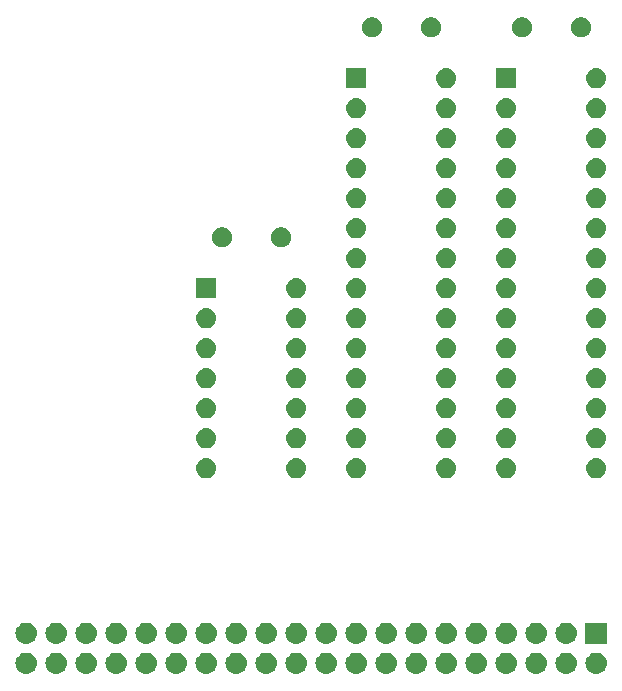
<source format=gbr>
G04 #@! TF.GenerationSoftware,KiCad,Pcbnew,(5.1.0-0)*
G04 #@! TF.CreationDate,2019-10-08T22:16:15-07:00*
G04 #@! TF.ProjectId,RAMCard,52414d43-6172-4642-9e6b-696361645f70,rev?*
G04 #@! TF.SameCoordinates,Original*
G04 #@! TF.FileFunction,Soldermask,Top*
G04 #@! TF.FilePolarity,Negative*
%FSLAX46Y46*%
G04 Gerber Fmt 4.6, Leading zero omitted, Abs format (unit mm)*
G04 Created by KiCad (PCBNEW (5.1.0-0)) date 2019-10-08 22:16:15*
%MOMM*%
%LPD*%
G04 APERTURE LIST*
%ADD10C,0.100000*%
G04 APERTURE END LIST*
D10*
G36*
X149970442Y-109595518D02*
G01*
X150036627Y-109602037D01*
X150206466Y-109653557D01*
X150362991Y-109737222D01*
X150398729Y-109766552D01*
X150500186Y-109849814D01*
X150583448Y-109951271D01*
X150612778Y-109987009D01*
X150696443Y-110143534D01*
X150747963Y-110313373D01*
X150765359Y-110490000D01*
X150747963Y-110666627D01*
X150696443Y-110836466D01*
X150612778Y-110992991D01*
X150583448Y-111028729D01*
X150500186Y-111130186D01*
X150398729Y-111213448D01*
X150362991Y-111242778D01*
X150206466Y-111326443D01*
X150036627Y-111377963D01*
X149970443Y-111384481D01*
X149904260Y-111391000D01*
X149815740Y-111391000D01*
X149749557Y-111384481D01*
X149683373Y-111377963D01*
X149513534Y-111326443D01*
X149357009Y-111242778D01*
X149321271Y-111213448D01*
X149219814Y-111130186D01*
X149136552Y-111028729D01*
X149107222Y-110992991D01*
X149023557Y-110836466D01*
X148972037Y-110666627D01*
X148954641Y-110490000D01*
X148972037Y-110313373D01*
X149023557Y-110143534D01*
X149107222Y-109987009D01*
X149136552Y-109951271D01*
X149219814Y-109849814D01*
X149321271Y-109766552D01*
X149357009Y-109737222D01*
X149513534Y-109653557D01*
X149683373Y-109602037D01*
X149749558Y-109595518D01*
X149815740Y-109589000D01*
X149904260Y-109589000D01*
X149970442Y-109595518D01*
X149970442Y-109595518D01*
G37*
G36*
X147430442Y-109595518D02*
G01*
X147496627Y-109602037D01*
X147666466Y-109653557D01*
X147822991Y-109737222D01*
X147858729Y-109766552D01*
X147960186Y-109849814D01*
X148043448Y-109951271D01*
X148072778Y-109987009D01*
X148156443Y-110143534D01*
X148207963Y-110313373D01*
X148225359Y-110490000D01*
X148207963Y-110666627D01*
X148156443Y-110836466D01*
X148072778Y-110992991D01*
X148043448Y-111028729D01*
X147960186Y-111130186D01*
X147858729Y-111213448D01*
X147822991Y-111242778D01*
X147666466Y-111326443D01*
X147496627Y-111377963D01*
X147430443Y-111384481D01*
X147364260Y-111391000D01*
X147275740Y-111391000D01*
X147209557Y-111384481D01*
X147143373Y-111377963D01*
X146973534Y-111326443D01*
X146817009Y-111242778D01*
X146781271Y-111213448D01*
X146679814Y-111130186D01*
X146596552Y-111028729D01*
X146567222Y-110992991D01*
X146483557Y-110836466D01*
X146432037Y-110666627D01*
X146414641Y-110490000D01*
X146432037Y-110313373D01*
X146483557Y-110143534D01*
X146567222Y-109987009D01*
X146596552Y-109951271D01*
X146679814Y-109849814D01*
X146781271Y-109766552D01*
X146817009Y-109737222D01*
X146973534Y-109653557D01*
X147143373Y-109602037D01*
X147209558Y-109595518D01*
X147275740Y-109589000D01*
X147364260Y-109589000D01*
X147430442Y-109595518D01*
X147430442Y-109595518D01*
G37*
G36*
X144890442Y-109595518D02*
G01*
X144956627Y-109602037D01*
X145126466Y-109653557D01*
X145282991Y-109737222D01*
X145318729Y-109766552D01*
X145420186Y-109849814D01*
X145503448Y-109951271D01*
X145532778Y-109987009D01*
X145616443Y-110143534D01*
X145667963Y-110313373D01*
X145685359Y-110490000D01*
X145667963Y-110666627D01*
X145616443Y-110836466D01*
X145532778Y-110992991D01*
X145503448Y-111028729D01*
X145420186Y-111130186D01*
X145318729Y-111213448D01*
X145282991Y-111242778D01*
X145126466Y-111326443D01*
X144956627Y-111377963D01*
X144890443Y-111384481D01*
X144824260Y-111391000D01*
X144735740Y-111391000D01*
X144669557Y-111384481D01*
X144603373Y-111377963D01*
X144433534Y-111326443D01*
X144277009Y-111242778D01*
X144241271Y-111213448D01*
X144139814Y-111130186D01*
X144056552Y-111028729D01*
X144027222Y-110992991D01*
X143943557Y-110836466D01*
X143892037Y-110666627D01*
X143874641Y-110490000D01*
X143892037Y-110313373D01*
X143943557Y-110143534D01*
X144027222Y-109987009D01*
X144056552Y-109951271D01*
X144139814Y-109849814D01*
X144241271Y-109766552D01*
X144277009Y-109737222D01*
X144433534Y-109653557D01*
X144603373Y-109602037D01*
X144669558Y-109595518D01*
X144735740Y-109589000D01*
X144824260Y-109589000D01*
X144890442Y-109595518D01*
X144890442Y-109595518D01*
G37*
G36*
X142350442Y-109595518D02*
G01*
X142416627Y-109602037D01*
X142586466Y-109653557D01*
X142742991Y-109737222D01*
X142778729Y-109766552D01*
X142880186Y-109849814D01*
X142963448Y-109951271D01*
X142992778Y-109987009D01*
X143076443Y-110143534D01*
X143127963Y-110313373D01*
X143145359Y-110490000D01*
X143127963Y-110666627D01*
X143076443Y-110836466D01*
X142992778Y-110992991D01*
X142963448Y-111028729D01*
X142880186Y-111130186D01*
X142778729Y-111213448D01*
X142742991Y-111242778D01*
X142586466Y-111326443D01*
X142416627Y-111377963D01*
X142350443Y-111384481D01*
X142284260Y-111391000D01*
X142195740Y-111391000D01*
X142129557Y-111384481D01*
X142063373Y-111377963D01*
X141893534Y-111326443D01*
X141737009Y-111242778D01*
X141701271Y-111213448D01*
X141599814Y-111130186D01*
X141516552Y-111028729D01*
X141487222Y-110992991D01*
X141403557Y-110836466D01*
X141352037Y-110666627D01*
X141334641Y-110490000D01*
X141352037Y-110313373D01*
X141403557Y-110143534D01*
X141487222Y-109987009D01*
X141516552Y-109951271D01*
X141599814Y-109849814D01*
X141701271Y-109766552D01*
X141737009Y-109737222D01*
X141893534Y-109653557D01*
X142063373Y-109602037D01*
X142129558Y-109595518D01*
X142195740Y-109589000D01*
X142284260Y-109589000D01*
X142350442Y-109595518D01*
X142350442Y-109595518D01*
G37*
G36*
X139810442Y-109595518D02*
G01*
X139876627Y-109602037D01*
X140046466Y-109653557D01*
X140202991Y-109737222D01*
X140238729Y-109766552D01*
X140340186Y-109849814D01*
X140423448Y-109951271D01*
X140452778Y-109987009D01*
X140536443Y-110143534D01*
X140587963Y-110313373D01*
X140605359Y-110490000D01*
X140587963Y-110666627D01*
X140536443Y-110836466D01*
X140452778Y-110992991D01*
X140423448Y-111028729D01*
X140340186Y-111130186D01*
X140238729Y-111213448D01*
X140202991Y-111242778D01*
X140046466Y-111326443D01*
X139876627Y-111377963D01*
X139810443Y-111384481D01*
X139744260Y-111391000D01*
X139655740Y-111391000D01*
X139589557Y-111384481D01*
X139523373Y-111377963D01*
X139353534Y-111326443D01*
X139197009Y-111242778D01*
X139161271Y-111213448D01*
X139059814Y-111130186D01*
X138976552Y-111028729D01*
X138947222Y-110992991D01*
X138863557Y-110836466D01*
X138812037Y-110666627D01*
X138794641Y-110490000D01*
X138812037Y-110313373D01*
X138863557Y-110143534D01*
X138947222Y-109987009D01*
X138976552Y-109951271D01*
X139059814Y-109849814D01*
X139161271Y-109766552D01*
X139197009Y-109737222D01*
X139353534Y-109653557D01*
X139523373Y-109602037D01*
X139589558Y-109595518D01*
X139655740Y-109589000D01*
X139744260Y-109589000D01*
X139810442Y-109595518D01*
X139810442Y-109595518D01*
G37*
G36*
X137270442Y-109595518D02*
G01*
X137336627Y-109602037D01*
X137506466Y-109653557D01*
X137662991Y-109737222D01*
X137698729Y-109766552D01*
X137800186Y-109849814D01*
X137883448Y-109951271D01*
X137912778Y-109987009D01*
X137996443Y-110143534D01*
X138047963Y-110313373D01*
X138065359Y-110490000D01*
X138047963Y-110666627D01*
X137996443Y-110836466D01*
X137912778Y-110992991D01*
X137883448Y-111028729D01*
X137800186Y-111130186D01*
X137698729Y-111213448D01*
X137662991Y-111242778D01*
X137506466Y-111326443D01*
X137336627Y-111377963D01*
X137270443Y-111384481D01*
X137204260Y-111391000D01*
X137115740Y-111391000D01*
X137049557Y-111384481D01*
X136983373Y-111377963D01*
X136813534Y-111326443D01*
X136657009Y-111242778D01*
X136621271Y-111213448D01*
X136519814Y-111130186D01*
X136436552Y-111028729D01*
X136407222Y-110992991D01*
X136323557Y-110836466D01*
X136272037Y-110666627D01*
X136254641Y-110490000D01*
X136272037Y-110313373D01*
X136323557Y-110143534D01*
X136407222Y-109987009D01*
X136436552Y-109951271D01*
X136519814Y-109849814D01*
X136621271Y-109766552D01*
X136657009Y-109737222D01*
X136813534Y-109653557D01*
X136983373Y-109602037D01*
X137049558Y-109595518D01*
X137115740Y-109589000D01*
X137204260Y-109589000D01*
X137270442Y-109595518D01*
X137270442Y-109595518D01*
G37*
G36*
X134730442Y-109595518D02*
G01*
X134796627Y-109602037D01*
X134966466Y-109653557D01*
X135122991Y-109737222D01*
X135158729Y-109766552D01*
X135260186Y-109849814D01*
X135343448Y-109951271D01*
X135372778Y-109987009D01*
X135456443Y-110143534D01*
X135507963Y-110313373D01*
X135525359Y-110490000D01*
X135507963Y-110666627D01*
X135456443Y-110836466D01*
X135372778Y-110992991D01*
X135343448Y-111028729D01*
X135260186Y-111130186D01*
X135158729Y-111213448D01*
X135122991Y-111242778D01*
X134966466Y-111326443D01*
X134796627Y-111377963D01*
X134730443Y-111384481D01*
X134664260Y-111391000D01*
X134575740Y-111391000D01*
X134509557Y-111384481D01*
X134443373Y-111377963D01*
X134273534Y-111326443D01*
X134117009Y-111242778D01*
X134081271Y-111213448D01*
X133979814Y-111130186D01*
X133896552Y-111028729D01*
X133867222Y-110992991D01*
X133783557Y-110836466D01*
X133732037Y-110666627D01*
X133714641Y-110490000D01*
X133732037Y-110313373D01*
X133783557Y-110143534D01*
X133867222Y-109987009D01*
X133896552Y-109951271D01*
X133979814Y-109849814D01*
X134081271Y-109766552D01*
X134117009Y-109737222D01*
X134273534Y-109653557D01*
X134443373Y-109602037D01*
X134509558Y-109595518D01*
X134575740Y-109589000D01*
X134664260Y-109589000D01*
X134730442Y-109595518D01*
X134730442Y-109595518D01*
G37*
G36*
X132190442Y-109595518D02*
G01*
X132256627Y-109602037D01*
X132426466Y-109653557D01*
X132582991Y-109737222D01*
X132618729Y-109766552D01*
X132720186Y-109849814D01*
X132803448Y-109951271D01*
X132832778Y-109987009D01*
X132916443Y-110143534D01*
X132967963Y-110313373D01*
X132985359Y-110490000D01*
X132967963Y-110666627D01*
X132916443Y-110836466D01*
X132832778Y-110992991D01*
X132803448Y-111028729D01*
X132720186Y-111130186D01*
X132618729Y-111213448D01*
X132582991Y-111242778D01*
X132426466Y-111326443D01*
X132256627Y-111377963D01*
X132190443Y-111384481D01*
X132124260Y-111391000D01*
X132035740Y-111391000D01*
X131969557Y-111384481D01*
X131903373Y-111377963D01*
X131733534Y-111326443D01*
X131577009Y-111242778D01*
X131541271Y-111213448D01*
X131439814Y-111130186D01*
X131356552Y-111028729D01*
X131327222Y-110992991D01*
X131243557Y-110836466D01*
X131192037Y-110666627D01*
X131174641Y-110490000D01*
X131192037Y-110313373D01*
X131243557Y-110143534D01*
X131327222Y-109987009D01*
X131356552Y-109951271D01*
X131439814Y-109849814D01*
X131541271Y-109766552D01*
X131577009Y-109737222D01*
X131733534Y-109653557D01*
X131903373Y-109602037D01*
X131969558Y-109595518D01*
X132035740Y-109589000D01*
X132124260Y-109589000D01*
X132190442Y-109595518D01*
X132190442Y-109595518D01*
G37*
G36*
X129650442Y-109595518D02*
G01*
X129716627Y-109602037D01*
X129886466Y-109653557D01*
X130042991Y-109737222D01*
X130078729Y-109766552D01*
X130180186Y-109849814D01*
X130263448Y-109951271D01*
X130292778Y-109987009D01*
X130376443Y-110143534D01*
X130427963Y-110313373D01*
X130445359Y-110490000D01*
X130427963Y-110666627D01*
X130376443Y-110836466D01*
X130292778Y-110992991D01*
X130263448Y-111028729D01*
X130180186Y-111130186D01*
X130078729Y-111213448D01*
X130042991Y-111242778D01*
X129886466Y-111326443D01*
X129716627Y-111377963D01*
X129650443Y-111384481D01*
X129584260Y-111391000D01*
X129495740Y-111391000D01*
X129429557Y-111384481D01*
X129363373Y-111377963D01*
X129193534Y-111326443D01*
X129037009Y-111242778D01*
X129001271Y-111213448D01*
X128899814Y-111130186D01*
X128816552Y-111028729D01*
X128787222Y-110992991D01*
X128703557Y-110836466D01*
X128652037Y-110666627D01*
X128634641Y-110490000D01*
X128652037Y-110313373D01*
X128703557Y-110143534D01*
X128787222Y-109987009D01*
X128816552Y-109951271D01*
X128899814Y-109849814D01*
X129001271Y-109766552D01*
X129037009Y-109737222D01*
X129193534Y-109653557D01*
X129363373Y-109602037D01*
X129429558Y-109595518D01*
X129495740Y-109589000D01*
X129584260Y-109589000D01*
X129650442Y-109595518D01*
X129650442Y-109595518D01*
G37*
G36*
X127110442Y-109595518D02*
G01*
X127176627Y-109602037D01*
X127346466Y-109653557D01*
X127502991Y-109737222D01*
X127538729Y-109766552D01*
X127640186Y-109849814D01*
X127723448Y-109951271D01*
X127752778Y-109987009D01*
X127836443Y-110143534D01*
X127887963Y-110313373D01*
X127905359Y-110490000D01*
X127887963Y-110666627D01*
X127836443Y-110836466D01*
X127752778Y-110992991D01*
X127723448Y-111028729D01*
X127640186Y-111130186D01*
X127538729Y-111213448D01*
X127502991Y-111242778D01*
X127346466Y-111326443D01*
X127176627Y-111377963D01*
X127110443Y-111384481D01*
X127044260Y-111391000D01*
X126955740Y-111391000D01*
X126889557Y-111384481D01*
X126823373Y-111377963D01*
X126653534Y-111326443D01*
X126497009Y-111242778D01*
X126461271Y-111213448D01*
X126359814Y-111130186D01*
X126276552Y-111028729D01*
X126247222Y-110992991D01*
X126163557Y-110836466D01*
X126112037Y-110666627D01*
X126094641Y-110490000D01*
X126112037Y-110313373D01*
X126163557Y-110143534D01*
X126247222Y-109987009D01*
X126276552Y-109951271D01*
X126359814Y-109849814D01*
X126461271Y-109766552D01*
X126497009Y-109737222D01*
X126653534Y-109653557D01*
X126823373Y-109602037D01*
X126889558Y-109595518D01*
X126955740Y-109589000D01*
X127044260Y-109589000D01*
X127110442Y-109595518D01*
X127110442Y-109595518D01*
G37*
G36*
X124570442Y-109595518D02*
G01*
X124636627Y-109602037D01*
X124806466Y-109653557D01*
X124962991Y-109737222D01*
X124998729Y-109766552D01*
X125100186Y-109849814D01*
X125183448Y-109951271D01*
X125212778Y-109987009D01*
X125296443Y-110143534D01*
X125347963Y-110313373D01*
X125365359Y-110490000D01*
X125347963Y-110666627D01*
X125296443Y-110836466D01*
X125212778Y-110992991D01*
X125183448Y-111028729D01*
X125100186Y-111130186D01*
X124998729Y-111213448D01*
X124962991Y-111242778D01*
X124806466Y-111326443D01*
X124636627Y-111377963D01*
X124570443Y-111384481D01*
X124504260Y-111391000D01*
X124415740Y-111391000D01*
X124349557Y-111384481D01*
X124283373Y-111377963D01*
X124113534Y-111326443D01*
X123957009Y-111242778D01*
X123921271Y-111213448D01*
X123819814Y-111130186D01*
X123736552Y-111028729D01*
X123707222Y-110992991D01*
X123623557Y-110836466D01*
X123572037Y-110666627D01*
X123554641Y-110490000D01*
X123572037Y-110313373D01*
X123623557Y-110143534D01*
X123707222Y-109987009D01*
X123736552Y-109951271D01*
X123819814Y-109849814D01*
X123921271Y-109766552D01*
X123957009Y-109737222D01*
X124113534Y-109653557D01*
X124283373Y-109602037D01*
X124349558Y-109595518D01*
X124415740Y-109589000D01*
X124504260Y-109589000D01*
X124570442Y-109595518D01*
X124570442Y-109595518D01*
G37*
G36*
X122030442Y-109595518D02*
G01*
X122096627Y-109602037D01*
X122266466Y-109653557D01*
X122422991Y-109737222D01*
X122458729Y-109766552D01*
X122560186Y-109849814D01*
X122643448Y-109951271D01*
X122672778Y-109987009D01*
X122756443Y-110143534D01*
X122807963Y-110313373D01*
X122825359Y-110490000D01*
X122807963Y-110666627D01*
X122756443Y-110836466D01*
X122672778Y-110992991D01*
X122643448Y-111028729D01*
X122560186Y-111130186D01*
X122458729Y-111213448D01*
X122422991Y-111242778D01*
X122266466Y-111326443D01*
X122096627Y-111377963D01*
X122030443Y-111384481D01*
X121964260Y-111391000D01*
X121875740Y-111391000D01*
X121809557Y-111384481D01*
X121743373Y-111377963D01*
X121573534Y-111326443D01*
X121417009Y-111242778D01*
X121381271Y-111213448D01*
X121279814Y-111130186D01*
X121196552Y-111028729D01*
X121167222Y-110992991D01*
X121083557Y-110836466D01*
X121032037Y-110666627D01*
X121014641Y-110490000D01*
X121032037Y-110313373D01*
X121083557Y-110143534D01*
X121167222Y-109987009D01*
X121196552Y-109951271D01*
X121279814Y-109849814D01*
X121381271Y-109766552D01*
X121417009Y-109737222D01*
X121573534Y-109653557D01*
X121743373Y-109602037D01*
X121809558Y-109595518D01*
X121875740Y-109589000D01*
X121964260Y-109589000D01*
X122030442Y-109595518D01*
X122030442Y-109595518D01*
G37*
G36*
X119490442Y-109595518D02*
G01*
X119556627Y-109602037D01*
X119726466Y-109653557D01*
X119882991Y-109737222D01*
X119918729Y-109766552D01*
X120020186Y-109849814D01*
X120103448Y-109951271D01*
X120132778Y-109987009D01*
X120216443Y-110143534D01*
X120267963Y-110313373D01*
X120285359Y-110490000D01*
X120267963Y-110666627D01*
X120216443Y-110836466D01*
X120132778Y-110992991D01*
X120103448Y-111028729D01*
X120020186Y-111130186D01*
X119918729Y-111213448D01*
X119882991Y-111242778D01*
X119726466Y-111326443D01*
X119556627Y-111377963D01*
X119490443Y-111384481D01*
X119424260Y-111391000D01*
X119335740Y-111391000D01*
X119269557Y-111384481D01*
X119203373Y-111377963D01*
X119033534Y-111326443D01*
X118877009Y-111242778D01*
X118841271Y-111213448D01*
X118739814Y-111130186D01*
X118656552Y-111028729D01*
X118627222Y-110992991D01*
X118543557Y-110836466D01*
X118492037Y-110666627D01*
X118474641Y-110490000D01*
X118492037Y-110313373D01*
X118543557Y-110143534D01*
X118627222Y-109987009D01*
X118656552Y-109951271D01*
X118739814Y-109849814D01*
X118841271Y-109766552D01*
X118877009Y-109737222D01*
X119033534Y-109653557D01*
X119203373Y-109602037D01*
X119269558Y-109595518D01*
X119335740Y-109589000D01*
X119424260Y-109589000D01*
X119490442Y-109595518D01*
X119490442Y-109595518D01*
G37*
G36*
X116950442Y-109595518D02*
G01*
X117016627Y-109602037D01*
X117186466Y-109653557D01*
X117342991Y-109737222D01*
X117378729Y-109766552D01*
X117480186Y-109849814D01*
X117563448Y-109951271D01*
X117592778Y-109987009D01*
X117676443Y-110143534D01*
X117727963Y-110313373D01*
X117745359Y-110490000D01*
X117727963Y-110666627D01*
X117676443Y-110836466D01*
X117592778Y-110992991D01*
X117563448Y-111028729D01*
X117480186Y-111130186D01*
X117378729Y-111213448D01*
X117342991Y-111242778D01*
X117186466Y-111326443D01*
X117016627Y-111377963D01*
X116950443Y-111384481D01*
X116884260Y-111391000D01*
X116795740Y-111391000D01*
X116729557Y-111384481D01*
X116663373Y-111377963D01*
X116493534Y-111326443D01*
X116337009Y-111242778D01*
X116301271Y-111213448D01*
X116199814Y-111130186D01*
X116116552Y-111028729D01*
X116087222Y-110992991D01*
X116003557Y-110836466D01*
X115952037Y-110666627D01*
X115934641Y-110490000D01*
X115952037Y-110313373D01*
X116003557Y-110143534D01*
X116087222Y-109987009D01*
X116116552Y-109951271D01*
X116199814Y-109849814D01*
X116301271Y-109766552D01*
X116337009Y-109737222D01*
X116493534Y-109653557D01*
X116663373Y-109602037D01*
X116729558Y-109595518D01*
X116795740Y-109589000D01*
X116884260Y-109589000D01*
X116950442Y-109595518D01*
X116950442Y-109595518D01*
G37*
G36*
X114410442Y-109595518D02*
G01*
X114476627Y-109602037D01*
X114646466Y-109653557D01*
X114802991Y-109737222D01*
X114838729Y-109766552D01*
X114940186Y-109849814D01*
X115023448Y-109951271D01*
X115052778Y-109987009D01*
X115136443Y-110143534D01*
X115187963Y-110313373D01*
X115205359Y-110490000D01*
X115187963Y-110666627D01*
X115136443Y-110836466D01*
X115052778Y-110992991D01*
X115023448Y-111028729D01*
X114940186Y-111130186D01*
X114838729Y-111213448D01*
X114802991Y-111242778D01*
X114646466Y-111326443D01*
X114476627Y-111377963D01*
X114410443Y-111384481D01*
X114344260Y-111391000D01*
X114255740Y-111391000D01*
X114189557Y-111384481D01*
X114123373Y-111377963D01*
X113953534Y-111326443D01*
X113797009Y-111242778D01*
X113761271Y-111213448D01*
X113659814Y-111130186D01*
X113576552Y-111028729D01*
X113547222Y-110992991D01*
X113463557Y-110836466D01*
X113412037Y-110666627D01*
X113394641Y-110490000D01*
X113412037Y-110313373D01*
X113463557Y-110143534D01*
X113547222Y-109987009D01*
X113576552Y-109951271D01*
X113659814Y-109849814D01*
X113761271Y-109766552D01*
X113797009Y-109737222D01*
X113953534Y-109653557D01*
X114123373Y-109602037D01*
X114189558Y-109595518D01*
X114255740Y-109589000D01*
X114344260Y-109589000D01*
X114410442Y-109595518D01*
X114410442Y-109595518D01*
G37*
G36*
X111870442Y-109595518D02*
G01*
X111936627Y-109602037D01*
X112106466Y-109653557D01*
X112262991Y-109737222D01*
X112298729Y-109766552D01*
X112400186Y-109849814D01*
X112483448Y-109951271D01*
X112512778Y-109987009D01*
X112596443Y-110143534D01*
X112647963Y-110313373D01*
X112665359Y-110490000D01*
X112647963Y-110666627D01*
X112596443Y-110836466D01*
X112512778Y-110992991D01*
X112483448Y-111028729D01*
X112400186Y-111130186D01*
X112298729Y-111213448D01*
X112262991Y-111242778D01*
X112106466Y-111326443D01*
X111936627Y-111377963D01*
X111870443Y-111384481D01*
X111804260Y-111391000D01*
X111715740Y-111391000D01*
X111649557Y-111384481D01*
X111583373Y-111377963D01*
X111413534Y-111326443D01*
X111257009Y-111242778D01*
X111221271Y-111213448D01*
X111119814Y-111130186D01*
X111036552Y-111028729D01*
X111007222Y-110992991D01*
X110923557Y-110836466D01*
X110872037Y-110666627D01*
X110854641Y-110490000D01*
X110872037Y-110313373D01*
X110923557Y-110143534D01*
X111007222Y-109987009D01*
X111036552Y-109951271D01*
X111119814Y-109849814D01*
X111221271Y-109766552D01*
X111257009Y-109737222D01*
X111413534Y-109653557D01*
X111583373Y-109602037D01*
X111649558Y-109595518D01*
X111715740Y-109589000D01*
X111804260Y-109589000D01*
X111870442Y-109595518D01*
X111870442Y-109595518D01*
G37*
G36*
X109330442Y-109595518D02*
G01*
X109396627Y-109602037D01*
X109566466Y-109653557D01*
X109722991Y-109737222D01*
X109758729Y-109766552D01*
X109860186Y-109849814D01*
X109943448Y-109951271D01*
X109972778Y-109987009D01*
X110056443Y-110143534D01*
X110107963Y-110313373D01*
X110125359Y-110490000D01*
X110107963Y-110666627D01*
X110056443Y-110836466D01*
X109972778Y-110992991D01*
X109943448Y-111028729D01*
X109860186Y-111130186D01*
X109758729Y-111213448D01*
X109722991Y-111242778D01*
X109566466Y-111326443D01*
X109396627Y-111377963D01*
X109330443Y-111384481D01*
X109264260Y-111391000D01*
X109175740Y-111391000D01*
X109109557Y-111384481D01*
X109043373Y-111377963D01*
X108873534Y-111326443D01*
X108717009Y-111242778D01*
X108681271Y-111213448D01*
X108579814Y-111130186D01*
X108496552Y-111028729D01*
X108467222Y-110992991D01*
X108383557Y-110836466D01*
X108332037Y-110666627D01*
X108314641Y-110490000D01*
X108332037Y-110313373D01*
X108383557Y-110143534D01*
X108467222Y-109987009D01*
X108496552Y-109951271D01*
X108579814Y-109849814D01*
X108681271Y-109766552D01*
X108717009Y-109737222D01*
X108873534Y-109653557D01*
X109043373Y-109602037D01*
X109109558Y-109595518D01*
X109175740Y-109589000D01*
X109264260Y-109589000D01*
X109330442Y-109595518D01*
X109330442Y-109595518D01*
G37*
G36*
X106790442Y-109595518D02*
G01*
X106856627Y-109602037D01*
X107026466Y-109653557D01*
X107182991Y-109737222D01*
X107218729Y-109766552D01*
X107320186Y-109849814D01*
X107403448Y-109951271D01*
X107432778Y-109987009D01*
X107516443Y-110143534D01*
X107567963Y-110313373D01*
X107585359Y-110490000D01*
X107567963Y-110666627D01*
X107516443Y-110836466D01*
X107432778Y-110992991D01*
X107403448Y-111028729D01*
X107320186Y-111130186D01*
X107218729Y-111213448D01*
X107182991Y-111242778D01*
X107026466Y-111326443D01*
X106856627Y-111377963D01*
X106790443Y-111384481D01*
X106724260Y-111391000D01*
X106635740Y-111391000D01*
X106569557Y-111384481D01*
X106503373Y-111377963D01*
X106333534Y-111326443D01*
X106177009Y-111242778D01*
X106141271Y-111213448D01*
X106039814Y-111130186D01*
X105956552Y-111028729D01*
X105927222Y-110992991D01*
X105843557Y-110836466D01*
X105792037Y-110666627D01*
X105774641Y-110490000D01*
X105792037Y-110313373D01*
X105843557Y-110143534D01*
X105927222Y-109987009D01*
X105956552Y-109951271D01*
X106039814Y-109849814D01*
X106141271Y-109766552D01*
X106177009Y-109737222D01*
X106333534Y-109653557D01*
X106503373Y-109602037D01*
X106569558Y-109595518D01*
X106635740Y-109589000D01*
X106724260Y-109589000D01*
X106790442Y-109595518D01*
X106790442Y-109595518D01*
G37*
G36*
X104250442Y-109595518D02*
G01*
X104316627Y-109602037D01*
X104486466Y-109653557D01*
X104642991Y-109737222D01*
X104678729Y-109766552D01*
X104780186Y-109849814D01*
X104863448Y-109951271D01*
X104892778Y-109987009D01*
X104976443Y-110143534D01*
X105027963Y-110313373D01*
X105045359Y-110490000D01*
X105027963Y-110666627D01*
X104976443Y-110836466D01*
X104892778Y-110992991D01*
X104863448Y-111028729D01*
X104780186Y-111130186D01*
X104678729Y-111213448D01*
X104642991Y-111242778D01*
X104486466Y-111326443D01*
X104316627Y-111377963D01*
X104250443Y-111384481D01*
X104184260Y-111391000D01*
X104095740Y-111391000D01*
X104029557Y-111384481D01*
X103963373Y-111377963D01*
X103793534Y-111326443D01*
X103637009Y-111242778D01*
X103601271Y-111213448D01*
X103499814Y-111130186D01*
X103416552Y-111028729D01*
X103387222Y-110992991D01*
X103303557Y-110836466D01*
X103252037Y-110666627D01*
X103234641Y-110490000D01*
X103252037Y-110313373D01*
X103303557Y-110143534D01*
X103387222Y-109987009D01*
X103416552Y-109951271D01*
X103499814Y-109849814D01*
X103601271Y-109766552D01*
X103637009Y-109737222D01*
X103793534Y-109653557D01*
X103963373Y-109602037D01*
X104029558Y-109595518D01*
X104095740Y-109589000D01*
X104184260Y-109589000D01*
X104250442Y-109595518D01*
X104250442Y-109595518D01*
G37*
G36*
X101710442Y-109595518D02*
G01*
X101776627Y-109602037D01*
X101946466Y-109653557D01*
X102102991Y-109737222D01*
X102138729Y-109766552D01*
X102240186Y-109849814D01*
X102323448Y-109951271D01*
X102352778Y-109987009D01*
X102436443Y-110143534D01*
X102487963Y-110313373D01*
X102505359Y-110490000D01*
X102487963Y-110666627D01*
X102436443Y-110836466D01*
X102352778Y-110992991D01*
X102323448Y-111028729D01*
X102240186Y-111130186D01*
X102138729Y-111213448D01*
X102102991Y-111242778D01*
X101946466Y-111326443D01*
X101776627Y-111377963D01*
X101710443Y-111384481D01*
X101644260Y-111391000D01*
X101555740Y-111391000D01*
X101489557Y-111384481D01*
X101423373Y-111377963D01*
X101253534Y-111326443D01*
X101097009Y-111242778D01*
X101061271Y-111213448D01*
X100959814Y-111130186D01*
X100876552Y-111028729D01*
X100847222Y-110992991D01*
X100763557Y-110836466D01*
X100712037Y-110666627D01*
X100694641Y-110490000D01*
X100712037Y-110313373D01*
X100763557Y-110143534D01*
X100847222Y-109987009D01*
X100876552Y-109951271D01*
X100959814Y-109849814D01*
X101061271Y-109766552D01*
X101097009Y-109737222D01*
X101253534Y-109653557D01*
X101423373Y-109602037D01*
X101489558Y-109595518D01*
X101555740Y-109589000D01*
X101644260Y-109589000D01*
X101710442Y-109595518D01*
X101710442Y-109595518D01*
G37*
G36*
X127110442Y-107055518D02*
G01*
X127176627Y-107062037D01*
X127346466Y-107113557D01*
X127502991Y-107197222D01*
X127538729Y-107226552D01*
X127640186Y-107309814D01*
X127723448Y-107411271D01*
X127752778Y-107447009D01*
X127836443Y-107603534D01*
X127887963Y-107773373D01*
X127905359Y-107950000D01*
X127887963Y-108126627D01*
X127836443Y-108296466D01*
X127752778Y-108452991D01*
X127723448Y-108488729D01*
X127640186Y-108590186D01*
X127538729Y-108673448D01*
X127502991Y-108702778D01*
X127346466Y-108786443D01*
X127176627Y-108837963D01*
X127110442Y-108844482D01*
X127044260Y-108851000D01*
X126955740Y-108851000D01*
X126889558Y-108844482D01*
X126823373Y-108837963D01*
X126653534Y-108786443D01*
X126497009Y-108702778D01*
X126461271Y-108673448D01*
X126359814Y-108590186D01*
X126276552Y-108488729D01*
X126247222Y-108452991D01*
X126163557Y-108296466D01*
X126112037Y-108126627D01*
X126094641Y-107950000D01*
X126112037Y-107773373D01*
X126163557Y-107603534D01*
X126247222Y-107447009D01*
X126276552Y-107411271D01*
X126359814Y-107309814D01*
X126461271Y-107226552D01*
X126497009Y-107197222D01*
X126653534Y-107113557D01*
X126823373Y-107062037D01*
X126889558Y-107055518D01*
X126955740Y-107049000D01*
X127044260Y-107049000D01*
X127110442Y-107055518D01*
X127110442Y-107055518D01*
G37*
G36*
X150761000Y-108851000D02*
G01*
X148959000Y-108851000D01*
X148959000Y-107049000D01*
X150761000Y-107049000D01*
X150761000Y-108851000D01*
X150761000Y-108851000D01*
G37*
G36*
X147430442Y-107055518D02*
G01*
X147496627Y-107062037D01*
X147666466Y-107113557D01*
X147822991Y-107197222D01*
X147858729Y-107226552D01*
X147960186Y-107309814D01*
X148043448Y-107411271D01*
X148072778Y-107447009D01*
X148156443Y-107603534D01*
X148207963Y-107773373D01*
X148225359Y-107950000D01*
X148207963Y-108126627D01*
X148156443Y-108296466D01*
X148072778Y-108452991D01*
X148043448Y-108488729D01*
X147960186Y-108590186D01*
X147858729Y-108673448D01*
X147822991Y-108702778D01*
X147666466Y-108786443D01*
X147496627Y-108837963D01*
X147430442Y-108844482D01*
X147364260Y-108851000D01*
X147275740Y-108851000D01*
X147209558Y-108844482D01*
X147143373Y-108837963D01*
X146973534Y-108786443D01*
X146817009Y-108702778D01*
X146781271Y-108673448D01*
X146679814Y-108590186D01*
X146596552Y-108488729D01*
X146567222Y-108452991D01*
X146483557Y-108296466D01*
X146432037Y-108126627D01*
X146414641Y-107950000D01*
X146432037Y-107773373D01*
X146483557Y-107603534D01*
X146567222Y-107447009D01*
X146596552Y-107411271D01*
X146679814Y-107309814D01*
X146781271Y-107226552D01*
X146817009Y-107197222D01*
X146973534Y-107113557D01*
X147143373Y-107062037D01*
X147209558Y-107055518D01*
X147275740Y-107049000D01*
X147364260Y-107049000D01*
X147430442Y-107055518D01*
X147430442Y-107055518D01*
G37*
G36*
X144890442Y-107055518D02*
G01*
X144956627Y-107062037D01*
X145126466Y-107113557D01*
X145282991Y-107197222D01*
X145318729Y-107226552D01*
X145420186Y-107309814D01*
X145503448Y-107411271D01*
X145532778Y-107447009D01*
X145616443Y-107603534D01*
X145667963Y-107773373D01*
X145685359Y-107950000D01*
X145667963Y-108126627D01*
X145616443Y-108296466D01*
X145532778Y-108452991D01*
X145503448Y-108488729D01*
X145420186Y-108590186D01*
X145318729Y-108673448D01*
X145282991Y-108702778D01*
X145126466Y-108786443D01*
X144956627Y-108837963D01*
X144890442Y-108844482D01*
X144824260Y-108851000D01*
X144735740Y-108851000D01*
X144669558Y-108844482D01*
X144603373Y-108837963D01*
X144433534Y-108786443D01*
X144277009Y-108702778D01*
X144241271Y-108673448D01*
X144139814Y-108590186D01*
X144056552Y-108488729D01*
X144027222Y-108452991D01*
X143943557Y-108296466D01*
X143892037Y-108126627D01*
X143874641Y-107950000D01*
X143892037Y-107773373D01*
X143943557Y-107603534D01*
X144027222Y-107447009D01*
X144056552Y-107411271D01*
X144139814Y-107309814D01*
X144241271Y-107226552D01*
X144277009Y-107197222D01*
X144433534Y-107113557D01*
X144603373Y-107062037D01*
X144669558Y-107055518D01*
X144735740Y-107049000D01*
X144824260Y-107049000D01*
X144890442Y-107055518D01*
X144890442Y-107055518D01*
G37*
G36*
X142350442Y-107055518D02*
G01*
X142416627Y-107062037D01*
X142586466Y-107113557D01*
X142742991Y-107197222D01*
X142778729Y-107226552D01*
X142880186Y-107309814D01*
X142963448Y-107411271D01*
X142992778Y-107447009D01*
X143076443Y-107603534D01*
X143127963Y-107773373D01*
X143145359Y-107950000D01*
X143127963Y-108126627D01*
X143076443Y-108296466D01*
X142992778Y-108452991D01*
X142963448Y-108488729D01*
X142880186Y-108590186D01*
X142778729Y-108673448D01*
X142742991Y-108702778D01*
X142586466Y-108786443D01*
X142416627Y-108837963D01*
X142350442Y-108844482D01*
X142284260Y-108851000D01*
X142195740Y-108851000D01*
X142129558Y-108844482D01*
X142063373Y-108837963D01*
X141893534Y-108786443D01*
X141737009Y-108702778D01*
X141701271Y-108673448D01*
X141599814Y-108590186D01*
X141516552Y-108488729D01*
X141487222Y-108452991D01*
X141403557Y-108296466D01*
X141352037Y-108126627D01*
X141334641Y-107950000D01*
X141352037Y-107773373D01*
X141403557Y-107603534D01*
X141487222Y-107447009D01*
X141516552Y-107411271D01*
X141599814Y-107309814D01*
X141701271Y-107226552D01*
X141737009Y-107197222D01*
X141893534Y-107113557D01*
X142063373Y-107062037D01*
X142129558Y-107055518D01*
X142195740Y-107049000D01*
X142284260Y-107049000D01*
X142350442Y-107055518D01*
X142350442Y-107055518D01*
G37*
G36*
X139810442Y-107055518D02*
G01*
X139876627Y-107062037D01*
X140046466Y-107113557D01*
X140202991Y-107197222D01*
X140238729Y-107226552D01*
X140340186Y-107309814D01*
X140423448Y-107411271D01*
X140452778Y-107447009D01*
X140536443Y-107603534D01*
X140587963Y-107773373D01*
X140605359Y-107950000D01*
X140587963Y-108126627D01*
X140536443Y-108296466D01*
X140452778Y-108452991D01*
X140423448Y-108488729D01*
X140340186Y-108590186D01*
X140238729Y-108673448D01*
X140202991Y-108702778D01*
X140046466Y-108786443D01*
X139876627Y-108837963D01*
X139810442Y-108844482D01*
X139744260Y-108851000D01*
X139655740Y-108851000D01*
X139589558Y-108844482D01*
X139523373Y-108837963D01*
X139353534Y-108786443D01*
X139197009Y-108702778D01*
X139161271Y-108673448D01*
X139059814Y-108590186D01*
X138976552Y-108488729D01*
X138947222Y-108452991D01*
X138863557Y-108296466D01*
X138812037Y-108126627D01*
X138794641Y-107950000D01*
X138812037Y-107773373D01*
X138863557Y-107603534D01*
X138947222Y-107447009D01*
X138976552Y-107411271D01*
X139059814Y-107309814D01*
X139161271Y-107226552D01*
X139197009Y-107197222D01*
X139353534Y-107113557D01*
X139523373Y-107062037D01*
X139589558Y-107055518D01*
X139655740Y-107049000D01*
X139744260Y-107049000D01*
X139810442Y-107055518D01*
X139810442Y-107055518D01*
G37*
G36*
X137270442Y-107055518D02*
G01*
X137336627Y-107062037D01*
X137506466Y-107113557D01*
X137662991Y-107197222D01*
X137698729Y-107226552D01*
X137800186Y-107309814D01*
X137883448Y-107411271D01*
X137912778Y-107447009D01*
X137996443Y-107603534D01*
X138047963Y-107773373D01*
X138065359Y-107950000D01*
X138047963Y-108126627D01*
X137996443Y-108296466D01*
X137912778Y-108452991D01*
X137883448Y-108488729D01*
X137800186Y-108590186D01*
X137698729Y-108673448D01*
X137662991Y-108702778D01*
X137506466Y-108786443D01*
X137336627Y-108837963D01*
X137270442Y-108844482D01*
X137204260Y-108851000D01*
X137115740Y-108851000D01*
X137049558Y-108844482D01*
X136983373Y-108837963D01*
X136813534Y-108786443D01*
X136657009Y-108702778D01*
X136621271Y-108673448D01*
X136519814Y-108590186D01*
X136436552Y-108488729D01*
X136407222Y-108452991D01*
X136323557Y-108296466D01*
X136272037Y-108126627D01*
X136254641Y-107950000D01*
X136272037Y-107773373D01*
X136323557Y-107603534D01*
X136407222Y-107447009D01*
X136436552Y-107411271D01*
X136519814Y-107309814D01*
X136621271Y-107226552D01*
X136657009Y-107197222D01*
X136813534Y-107113557D01*
X136983373Y-107062037D01*
X137049558Y-107055518D01*
X137115740Y-107049000D01*
X137204260Y-107049000D01*
X137270442Y-107055518D01*
X137270442Y-107055518D01*
G37*
G36*
X134730442Y-107055518D02*
G01*
X134796627Y-107062037D01*
X134966466Y-107113557D01*
X135122991Y-107197222D01*
X135158729Y-107226552D01*
X135260186Y-107309814D01*
X135343448Y-107411271D01*
X135372778Y-107447009D01*
X135456443Y-107603534D01*
X135507963Y-107773373D01*
X135525359Y-107950000D01*
X135507963Y-108126627D01*
X135456443Y-108296466D01*
X135372778Y-108452991D01*
X135343448Y-108488729D01*
X135260186Y-108590186D01*
X135158729Y-108673448D01*
X135122991Y-108702778D01*
X134966466Y-108786443D01*
X134796627Y-108837963D01*
X134730442Y-108844482D01*
X134664260Y-108851000D01*
X134575740Y-108851000D01*
X134509558Y-108844482D01*
X134443373Y-108837963D01*
X134273534Y-108786443D01*
X134117009Y-108702778D01*
X134081271Y-108673448D01*
X133979814Y-108590186D01*
X133896552Y-108488729D01*
X133867222Y-108452991D01*
X133783557Y-108296466D01*
X133732037Y-108126627D01*
X133714641Y-107950000D01*
X133732037Y-107773373D01*
X133783557Y-107603534D01*
X133867222Y-107447009D01*
X133896552Y-107411271D01*
X133979814Y-107309814D01*
X134081271Y-107226552D01*
X134117009Y-107197222D01*
X134273534Y-107113557D01*
X134443373Y-107062037D01*
X134509558Y-107055518D01*
X134575740Y-107049000D01*
X134664260Y-107049000D01*
X134730442Y-107055518D01*
X134730442Y-107055518D01*
G37*
G36*
X132190442Y-107055518D02*
G01*
X132256627Y-107062037D01*
X132426466Y-107113557D01*
X132582991Y-107197222D01*
X132618729Y-107226552D01*
X132720186Y-107309814D01*
X132803448Y-107411271D01*
X132832778Y-107447009D01*
X132916443Y-107603534D01*
X132967963Y-107773373D01*
X132985359Y-107950000D01*
X132967963Y-108126627D01*
X132916443Y-108296466D01*
X132832778Y-108452991D01*
X132803448Y-108488729D01*
X132720186Y-108590186D01*
X132618729Y-108673448D01*
X132582991Y-108702778D01*
X132426466Y-108786443D01*
X132256627Y-108837963D01*
X132190442Y-108844482D01*
X132124260Y-108851000D01*
X132035740Y-108851000D01*
X131969558Y-108844482D01*
X131903373Y-108837963D01*
X131733534Y-108786443D01*
X131577009Y-108702778D01*
X131541271Y-108673448D01*
X131439814Y-108590186D01*
X131356552Y-108488729D01*
X131327222Y-108452991D01*
X131243557Y-108296466D01*
X131192037Y-108126627D01*
X131174641Y-107950000D01*
X131192037Y-107773373D01*
X131243557Y-107603534D01*
X131327222Y-107447009D01*
X131356552Y-107411271D01*
X131439814Y-107309814D01*
X131541271Y-107226552D01*
X131577009Y-107197222D01*
X131733534Y-107113557D01*
X131903373Y-107062037D01*
X131969558Y-107055518D01*
X132035740Y-107049000D01*
X132124260Y-107049000D01*
X132190442Y-107055518D01*
X132190442Y-107055518D01*
G37*
G36*
X129650442Y-107055518D02*
G01*
X129716627Y-107062037D01*
X129886466Y-107113557D01*
X130042991Y-107197222D01*
X130078729Y-107226552D01*
X130180186Y-107309814D01*
X130263448Y-107411271D01*
X130292778Y-107447009D01*
X130376443Y-107603534D01*
X130427963Y-107773373D01*
X130445359Y-107950000D01*
X130427963Y-108126627D01*
X130376443Y-108296466D01*
X130292778Y-108452991D01*
X130263448Y-108488729D01*
X130180186Y-108590186D01*
X130078729Y-108673448D01*
X130042991Y-108702778D01*
X129886466Y-108786443D01*
X129716627Y-108837963D01*
X129650442Y-108844482D01*
X129584260Y-108851000D01*
X129495740Y-108851000D01*
X129429558Y-108844482D01*
X129363373Y-108837963D01*
X129193534Y-108786443D01*
X129037009Y-108702778D01*
X129001271Y-108673448D01*
X128899814Y-108590186D01*
X128816552Y-108488729D01*
X128787222Y-108452991D01*
X128703557Y-108296466D01*
X128652037Y-108126627D01*
X128634641Y-107950000D01*
X128652037Y-107773373D01*
X128703557Y-107603534D01*
X128787222Y-107447009D01*
X128816552Y-107411271D01*
X128899814Y-107309814D01*
X129001271Y-107226552D01*
X129037009Y-107197222D01*
X129193534Y-107113557D01*
X129363373Y-107062037D01*
X129429558Y-107055518D01*
X129495740Y-107049000D01*
X129584260Y-107049000D01*
X129650442Y-107055518D01*
X129650442Y-107055518D01*
G37*
G36*
X124570442Y-107055518D02*
G01*
X124636627Y-107062037D01*
X124806466Y-107113557D01*
X124962991Y-107197222D01*
X124998729Y-107226552D01*
X125100186Y-107309814D01*
X125183448Y-107411271D01*
X125212778Y-107447009D01*
X125296443Y-107603534D01*
X125347963Y-107773373D01*
X125365359Y-107950000D01*
X125347963Y-108126627D01*
X125296443Y-108296466D01*
X125212778Y-108452991D01*
X125183448Y-108488729D01*
X125100186Y-108590186D01*
X124998729Y-108673448D01*
X124962991Y-108702778D01*
X124806466Y-108786443D01*
X124636627Y-108837963D01*
X124570442Y-108844482D01*
X124504260Y-108851000D01*
X124415740Y-108851000D01*
X124349558Y-108844482D01*
X124283373Y-108837963D01*
X124113534Y-108786443D01*
X123957009Y-108702778D01*
X123921271Y-108673448D01*
X123819814Y-108590186D01*
X123736552Y-108488729D01*
X123707222Y-108452991D01*
X123623557Y-108296466D01*
X123572037Y-108126627D01*
X123554641Y-107950000D01*
X123572037Y-107773373D01*
X123623557Y-107603534D01*
X123707222Y-107447009D01*
X123736552Y-107411271D01*
X123819814Y-107309814D01*
X123921271Y-107226552D01*
X123957009Y-107197222D01*
X124113534Y-107113557D01*
X124283373Y-107062037D01*
X124349558Y-107055518D01*
X124415740Y-107049000D01*
X124504260Y-107049000D01*
X124570442Y-107055518D01*
X124570442Y-107055518D01*
G37*
G36*
X122030442Y-107055518D02*
G01*
X122096627Y-107062037D01*
X122266466Y-107113557D01*
X122422991Y-107197222D01*
X122458729Y-107226552D01*
X122560186Y-107309814D01*
X122643448Y-107411271D01*
X122672778Y-107447009D01*
X122756443Y-107603534D01*
X122807963Y-107773373D01*
X122825359Y-107950000D01*
X122807963Y-108126627D01*
X122756443Y-108296466D01*
X122672778Y-108452991D01*
X122643448Y-108488729D01*
X122560186Y-108590186D01*
X122458729Y-108673448D01*
X122422991Y-108702778D01*
X122266466Y-108786443D01*
X122096627Y-108837963D01*
X122030442Y-108844482D01*
X121964260Y-108851000D01*
X121875740Y-108851000D01*
X121809558Y-108844482D01*
X121743373Y-108837963D01*
X121573534Y-108786443D01*
X121417009Y-108702778D01*
X121381271Y-108673448D01*
X121279814Y-108590186D01*
X121196552Y-108488729D01*
X121167222Y-108452991D01*
X121083557Y-108296466D01*
X121032037Y-108126627D01*
X121014641Y-107950000D01*
X121032037Y-107773373D01*
X121083557Y-107603534D01*
X121167222Y-107447009D01*
X121196552Y-107411271D01*
X121279814Y-107309814D01*
X121381271Y-107226552D01*
X121417009Y-107197222D01*
X121573534Y-107113557D01*
X121743373Y-107062037D01*
X121809558Y-107055518D01*
X121875740Y-107049000D01*
X121964260Y-107049000D01*
X122030442Y-107055518D01*
X122030442Y-107055518D01*
G37*
G36*
X119490442Y-107055518D02*
G01*
X119556627Y-107062037D01*
X119726466Y-107113557D01*
X119882991Y-107197222D01*
X119918729Y-107226552D01*
X120020186Y-107309814D01*
X120103448Y-107411271D01*
X120132778Y-107447009D01*
X120216443Y-107603534D01*
X120267963Y-107773373D01*
X120285359Y-107950000D01*
X120267963Y-108126627D01*
X120216443Y-108296466D01*
X120132778Y-108452991D01*
X120103448Y-108488729D01*
X120020186Y-108590186D01*
X119918729Y-108673448D01*
X119882991Y-108702778D01*
X119726466Y-108786443D01*
X119556627Y-108837963D01*
X119490442Y-108844482D01*
X119424260Y-108851000D01*
X119335740Y-108851000D01*
X119269558Y-108844482D01*
X119203373Y-108837963D01*
X119033534Y-108786443D01*
X118877009Y-108702778D01*
X118841271Y-108673448D01*
X118739814Y-108590186D01*
X118656552Y-108488729D01*
X118627222Y-108452991D01*
X118543557Y-108296466D01*
X118492037Y-108126627D01*
X118474641Y-107950000D01*
X118492037Y-107773373D01*
X118543557Y-107603534D01*
X118627222Y-107447009D01*
X118656552Y-107411271D01*
X118739814Y-107309814D01*
X118841271Y-107226552D01*
X118877009Y-107197222D01*
X119033534Y-107113557D01*
X119203373Y-107062037D01*
X119269558Y-107055518D01*
X119335740Y-107049000D01*
X119424260Y-107049000D01*
X119490442Y-107055518D01*
X119490442Y-107055518D01*
G37*
G36*
X116950442Y-107055518D02*
G01*
X117016627Y-107062037D01*
X117186466Y-107113557D01*
X117342991Y-107197222D01*
X117378729Y-107226552D01*
X117480186Y-107309814D01*
X117563448Y-107411271D01*
X117592778Y-107447009D01*
X117676443Y-107603534D01*
X117727963Y-107773373D01*
X117745359Y-107950000D01*
X117727963Y-108126627D01*
X117676443Y-108296466D01*
X117592778Y-108452991D01*
X117563448Y-108488729D01*
X117480186Y-108590186D01*
X117378729Y-108673448D01*
X117342991Y-108702778D01*
X117186466Y-108786443D01*
X117016627Y-108837963D01*
X116950442Y-108844482D01*
X116884260Y-108851000D01*
X116795740Y-108851000D01*
X116729558Y-108844482D01*
X116663373Y-108837963D01*
X116493534Y-108786443D01*
X116337009Y-108702778D01*
X116301271Y-108673448D01*
X116199814Y-108590186D01*
X116116552Y-108488729D01*
X116087222Y-108452991D01*
X116003557Y-108296466D01*
X115952037Y-108126627D01*
X115934641Y-107950000D01*
X115952037Y-107773373D01*
X116003557Y-107603534D01*
X116087222Y-107447009D01*
X116116552Y-107411271D01*
X116199814Y-107309814D01*
X116301271Y-107226552D01*
X116337009Y-107197222D01*
X116493534Y-107113557D01*
X116663373Y-107062037D01*
X116729558Y-107055518D01*
X116795740Y-107049000D01*
X116884260Y-107049000D01*
X116950442Y-107055518D01*
X116950442Y-107055518D01*
G37*
G36*
X114410442Y-107055518D02*
G01*
X114476627Y-107062037D01*
X114646466Y-107113557D01*
X114802991Y-107197222D01*
X114838729Y-107226552D01*
X114940186Y-107309814D01*
X115023448Y-107411271D01*
X115052778Y-107447009D01*
X115136443Y-107603534D01*
X115187963Y-107773373D01*
X115205359Y-107950000D01*
X115187963Y-108126627D01*
X115136443Y-108296466D01*
X115052778Y-108452991D01*
X115023448Y-108488729D01*
X114940186Y-108590186D01*
X114838729Y-108673448D01*
X114802991Y-108702778D01*
X114646466Y-108786443D01*
X114476627Y-108837963D01*
X114410442Y-108844482D01*
X114344260Y-108851000D01*
X114255740Y-108851000D01*
X114189558Y-108844482D01*
X114123373Y-108837963D01*
X113953534Y-108786443D01*
X113797009Y-108702778D01*
X113761271Y-108673448D01*
X113659814Y-108590186D01*
X113576552Y-108488729D01*
X113547222Y-108452991D01*
X113463557Y-108296466D01*
X113412037Y-108126627D01*
X113394641Y-107950000D01*
X113412037Y-107773373D01*
X113463557Y-107603534D01*
X113547222Y-107447009D01*
X113576552Y-107411271D01*
X113659814Y-107309814D01*
X113761271Y-107226552D01*
X113797009Y-107197222D01*
X113953534Y-107113557D01*
X114123373Y-107062037D01*
X114189558Y-107055518D01*
X114255740Y-107049000D01*
X114344260Y-107049000D01*
X114410442Y-107055518D01*
X114410442Y-107055518D01*
G37*
G36*
X111870442Y-107055518D02*
G01*
X111936627Y-107062037D01*
X112106466Y-107113557D01*
X112262991Y-107197222D01*
X112298729Y-107226552D01*
X112400186Y-107309814D01*
X112483448Y-107411271D01*
X112512778Y-107447009D01*
X112596443Y-107603534D01*
X112647963Y-107773373D01*
X112665359Y-107950000D01*
X112647963Y-108126627D01*
X112596443Y-108296466D01*
X112512778Y-108452991D01*
X112483448Y-108488729D01*
X112400186Y-108590186D01*
X112298729Y-108673448D01*
X112262991Y-108702778D01*
X112106466Y-108786443D01*
X111936627Y-108837963D01*
X111870442Y-108844482D01*
X111804260Y-108851000D01*
X111715740Y-108851000D01*
X111649558Y-108844482D01*
X111583373Y-108837963D01*
X111413534Y-108786443D01*
X111257009Y-108702778D01*
X111221271Y-108673448D01*
X111119814Y-108590186D01*
X111036552Y-108488729D01*
X111007222Y-108452991D01*
X110923557Y-108296466D01*
X110872037Y-108126627D01*
X110854641Y-107950000D01*
X110872037Y-107773373D01*
X110923557Y-107603534D01*
X111007222Y-107447009D01*
X111036552Y-107411271D01*
X111119814Y-107309814D01*
X111221271Y-107226552D01*
X111257009Y-107197222D01*
X111413534Y-107113557D01*
X111583373Y-107062037D01*
X111649558Y-107055518D01*
X111715740Y-107049000D01*
X111804260Y-107049000D01*
X111870442Y-107055518D01*
X111870442Y-107055518D01*
G37*
G36*
X109330442Y-107055518D02*
G01*
X109396627Y-107062037D01*
X109566466Y-107113557D01*
X109722991Y-107197222D01*
X109758729Y-107226552D01*
X109860186Y-107309814D01*
X109943448Y-107411271D01*
X109972778Y-107447009D01*
X110056443Y-107603534D01*
X110107963Y-107773373D01*
X110125359Y-107950000D01*
X110107963Y-108126627D01*
X110056443Y-108296466D01*
X109972778Y-108452991D01*
X109943448Y-108488729D01*
X109860186Y-108590186D01*
X109758729Y-108673448D01*
X109722991Y-108702778D01*
X109566466Y-108786443D01*
X109396627Y-108837963D01*
X109330442Y-108844482D01*
X109264260Y-108851000D01*
X109175740Y-108851000D01*
X109109558Y-108844482D01*
X109043373Y-108837963D01*
X108873534Y-108786443D01*
X108717009Y-108702778D01*
X108681271Y-108673448D01*
X108579814Y-108590186D01*
X108496552Y-108488729D01*
X108467222Y-108452991D01*
X108383557Y-108296466D01*
X108332037Y-108126627D01*
X108314641Y-107950000D01*
X108332037Y-107773373D01*
X108383557Y-107603534D01*
X108467222Y-107447009D01*
X108496552Y-107411271D01*
X108579814Y-107309814D01*
X108681271Y-107226552D01*
X108717009Y-107197222D01*
X108873534Y-107113557D01*
X109043373Y-107062037D01*
X109109558Y-107055518D01*
X109175740Y-107049000D01*
X109264260Y-107049000D01*
X109330442Y-107055518D01*
X109330442Y-107055518D01*
G37*
G36*
X106790442Y-107055518D02*
G01*
X106856627Y-107062037D01*
X107026466Y-107113557D01*
X107182991Y-107197222D01*
X107218729Y-107226552D01*
X107320186Y-107309814D01*
X107403448Y-107411271D01*
X107432778Y-107447009D01*
X107516443Y-107603534D01*
X107567963Y-107773373D01*
X107585359Y-107950000D01*
X107567963Y-108126627D01*
X107516443Y-108296466D01*
X107432778Y-108452991D01*
X107403448Y-108488729D01*
X107320186Y-108590186D01*
X107218729Y-108673448D01*
X107182991Y-108702778D01*
X107026466Y-108786443D01*
X106856627Y-108837963D01*
X106790442Y-108844482D01*
X106724260Y-108851000D01*
X106635740Y-108851000D01*
X106569558Y-108844482D01*
X106503373Y-108837963D01*
X106333534Y-108786443D01*
X106177009Y-108702778D01*
X106141271Y-108673448D01*
X106039814Y-108590186D01*
X105956552Y-108488729D01*
X105927222Y-108452991D01*
X105843557Y-108296466D01*
X105792037Y-108126627D01*
X105774641Y-107950000D01*
X105792037Y-107773373D01*
X105843557Y-107603534D01*
X105927222Y-107447009D01*
X105956552Y-107411271D01*
X106039814Y-107309814D01*
X106141271Y-107226552D01*
X106177009Y-107197222D01*
X106333534Y-107113557D01*
X106503373Y-107062037D01*
X106569558Y-107055518D01*
X106635740Y-107049000D01*
X106724260Y-107049000D01*
X106790442Y-107055518D01*
X106790442Y-107055518D01*
G37*
G36*
X104250442Y-107055518D02*
G01*
X104316627Y-107062037D01*
X104486466Y-107113557D01*
X104642991Y-107197222D01*
X104678729Y-107226552D01*
X104780186Y-107309814D01*
X104863448Y-107411271D01*
X104892778Y-107447009D01*
X104976443Y-107603534D01*
X105027963Y-107773373D01*
X105045359Y-107950000D01*
X105027963Y-108126627D01*
X104976443Y-108296466D01*
X104892778Y-108452991D01*
X104863448Y-108488729D01*
X104780186Y-108590186D01*
X104678729Y-108673448D01*
X104642991Y-108702778D01*
X104486466Y-108786443D01*
X104316627Y-108837963D01*
X104250442Y-108844482D01*
X104184260Y-108851000D01*
X104095740Y-108851000D01*
X104029558Y-108844482D01*
X103963373Y-108837963D01*
X103793534Y-108786443D01*
X103637009Y-108702778D01*
X103601271Y-108673448D01*
X103499814Y-108590186D01*
X103416552Y-108488729D01*
X103387222Y-108452991D01*
X103303557Y-108296466D01*
X103252037Y-108126627D01*
X103234641Y-107950000D01*
X103252037Y-107773373D01*
X103303557Y-107603534D01*
X103387222Y-107447009D01*
X103416552Y-107411271D01*
X103499814Y-107309814D01*
X103601271Y-107226552D01*
X103637009Y-107197222D01*
X103793534Y-107113557D01*
X103963373Y-107062037D01*
X104029558Y-107055518D01*
X104095740Y-107049000D01*
X104184260Y-107049000D01*
X104250442Y-107055518D01*
X104250442Y-107055518D01*
G37*
G36*
X101710442Y-107055518D02*
G01*
X101776627Y-107062037D01*
X101946466Y-107113557D01*
X102102991Y-107197222D01*
X102138729Y-107226552D01*
X102240186Y-107309814D01*
X102323448Y-107411271D01*
X102352778Y-107447009D01*
X102436443Y-107603534D01*
X102487963Y-107773373D01*
X102505359Y-107950000D01*
X102487963Y-108126627D01*
X102436443Y-108296466D01*
X102352778Y-108452991D01*
X102323448Y-108488729D01*
X102240186Y-108590186D01*
X102138729Y-108673448D01*
X102102991Y-108702778D01*
X101946466Y-108786443D01*
X101776627Y-108837963D01*
X101710442Y-108844482D01*
X101644260Y-108851000D01*
X101555740Y-108851000D01*
X101489558Y-108844482D01*
X101423373Y-108837963D01*
X101253534Y-108786443D01*
X101097009Y-108702778D01*
X101061271Y-108673448D01*
X100959814Y-108590186D01*
X100876552Y-108488729D01*
X100847222Y-108452991D01*
X100763557Y-108296466D01*
X100712037Y-108126627D01*
X100694641Y-107950000D01*
X100712037Y-107773373D01*
X100763557Y-107603534D01*
X100847222Y-107447009D01*
X100876552Y-107411271D01*
X100959814Y-107309814D01*
X101061271Y-107226552D01*
X101097009Y-107197222D01*
X101253534Y-107113557D01*
X101423373Y-107062037D01*
X101489558Y-107055518D01*
X101555740Y-107049000D01*
X101644260Y-107049000D01*
X101710442Y-107055518D01*
X101710442Y-107055518D01*
G37*
G36*
X150026823Y-93141313D02*
G01*
X150187242Y-93189976D01*
X150319906Y-93260886D01*
X150335078Y-93268996D01*
X150464659Y-93375341D01*
X150571004Y-93504922D01*
X150571005Y-93504924D01*
X150650024Y-93652758D01*
X150698687Y-93813177D01*
X150715117Y-93980000D01*
X150698687Y-94146823D01*
X150650024Y-94307242D01*
X150579114Y-94439906D01*
X150571004Y-94455078D01*
X150464659Y-94584659D01*
X150335078Y-94691004D01*
X150335076Y-94691005D01*
X150187242Y-94770024D01*
X150026823Y-94818687D01*
X149901804Y-94831000D01*
X149818196Y-94831000D01*
X149693177Y-94818687D01*
X149532758Y-94770024D01*
X149384924Y-94691005D01*
X149384922Y-94691004D01*
X149255341Y-94584659D01*
X149148996Y-94455078D01*
X149140886Y-94439906D01*
X149069976Y-94307242D01*
X149021313Y-94146823D01*
X149004883Y-93980000D01*
X149021313Y-93813177D01*
X149069976Y-93652758D01*
X149148995Y-93504924D01*
X149148996Y-93504922D01*
X149255341Y-93375341D01*
X149384922Y-93268996D01*
X149400094Y-93260886D01*
X149532758Y-93189976D01*
X149693177Y-93141313D01*
X149818196Y-93129000D01*
X149901804Y-93129000D01*
X150026823Y-93141313D01*
X150026823Y-93141313D01*
G37*
G36*
X117006823Y-93141313D02*
G01*
X117167242Y-93189976D01*
X117299906Y-93260886D01*
X117315078Y-93268996D01*
X117444659Y-93375341D01*
X117551004Y-93504922D01*
X117551005Y-93504924D01*
X117630024Y-93652758D01*
X117678687Y-93813177D01*
X117695117Y-93980000D01*
X117678687Y-94146823D01*
X117630024Y-94307242D01*
X117559114Y-94439906D01*
X117551004Y-94455078D01*
X117444659Y-94584659D01*
X117315078Y-94691004D01*
X117315076Y-94691005D01*
X117167242Y-94770024D01*
X117006823Y-94818687D01*
X116881804Y-94831000D01*
X116798196Y-94831000D01*
X116673177Y-94818687D01*
X116512758Y-94770024D01*
X116364924Y-94691005D01*
X116364922Y-94691004D01*
X116235341Y-94584659D01*
X116128996Y-94455078D01*
X116120886Y-94439906D01*
X116049976Y-94307242D01*
X116001313Y-94146823D01*
X115984883Y-93980000D01*
X116001313Y-93813177D01*
X116049976Y-93652758D01*
X116128995Y-93504924D01*
X116128996Y-93504922D01*
X116235341Y-93375341D01*
X116364922Y-93268996D01*
X116380094Y-93260886D01*
X116512758Y-93189976D01*
X116673177Y-93141313D01*
X116798196Y-93129000D01*
X116881804Y-93129000D01*
X117006823Y-93141313D01*
X117006823Y-93141313D01*
G37*
G36*
X124626823Y-93141313D02*
G01*
X124787242Y-93189976D01*
X124919906Y-93260886D01*
X124935078Y-93268996D01*
X125064659Y-93375341D01*
X125171004Y-93504922D01*
X125171005Y-93504924D01*
X125250024Y-93652758D01*
X125298687Y-93813177D01*
X125315117Y-93980000D01*
X125298687Y-94146823D01*
X125250024Y-94307242D01*
X125179114Y-94439906D01*
X125171004Y-94455078D01*
X125064659Y-94584659D01*
X124935078Y-94691004D01*
X124935076Y-94691005D01*
X124787242Y-94770024D01*
X124626823Y-94818687D01*
X124501804Y-94831000D01*
X124418196Y-94831000D01*
X124293177Y-94818687D01*
X124132758Y-94770024D01*
X123984924Y-94691005D01*
X123984922Y-94691004D01*
X123855341Y-94584659D01*
X123748996Y-94455078D01*
X123740886Y-94439906D01*
X123669976Y-94307242D01*
X123621313Y-94146823D01*
X123604883Y-93980000D01*
X123621313Y-93813177D01*
X123669976Y-93652758D01*
X123748995Y-93504924D01*
X123748996Y-93504922D01*
X123855341Y-93375341D01*
X123984922Y-93268996D01*
X124000094Y-93260886D01*
X124132758Y-93189976D01*
X124293177Y-93141313D01*
X124418196Y-93129000D01*
X124501804Y-93129000D01*
X124626823Y-93141313D01*
X124626823Y-93141313D01*
G37*
G36*
X129706823Y-93141313D02*
G01*
X129867242Y-93189976D01*
X129999906Y-93260886D01*
X130015078Y-93268996D01*
X130144659Y-93375341D01*
X130251004Y-93504922D01*
X130251005Y-93504924D01*
X130330024Y-93652758D01*
X130378687Y-93813177D01*
X130395117Y-93980000D01*
X130378687Y-94146823D01*
X130330024Y-94307242D01*
X130259114Y-94439906D01*
X130251004Y-94455078D01*
X130144659Y-94584659D01*
X130015078Y-94691004D01*
X130015076Y-94691005D01*
X129867242Y-94770024D01*
X129706823Y-94818687D01*
X129581804Y-94831000D01*
X129498196Y-94831000D01*
X129373177Y-94818687D01*
X129212758Y-94770024D01*
X129064924Y-94691005D01*
X129064922Y-94691004D01*
X128935341Y-94584659D01*
X128828996Y-94455078D01*
X128820886Y-94439906D01*
X128749976Y-94307242D01*
X128701313Y-94146823D01*
X128684883Y-93980000D01*
X128701313Y-93813177D01*
X128749976Y-93652758D01*
X128828995Y-93504924D01*
X128828996Y-93504922D01*
X128935341Y-93375341D01*
X129064922Y-93268996D01*
X129080094Y-93260886D01*
X129212758Y-93189976D01*
X129373177Y-93141313D01*
X129498196Y-93129000D01*
X129581804Y-93129000D01*
X129706823Y-93141313D01*
X129706823Y-93141313D01*
G37*
G36*
X137326823Y-93141313D02*
G01*
X137487242Y-93189976D01*
X137619906Y-93260886D01*
X137635078Y-93268996D01*
X137764659Y-93375341D01*
X137871004Y-93504922D01*
X137871005Y-93504924D01*
X137950024Y-93652758D01*
X137998687Y-93813177D01*
X138015117Y-93980000D01*
X137998687Y-94146823D01*
X137950024Y-94307242D01*
X137879114Y-94439906D01*
X137871004Y-94455078D01*
X137764659Y-94584659D01*
X137635078Y-94691004D01*
X137635076Y-94691005D01*
X137487242Y-94770024D01*
X137326823Y-94818687D01*
X137201804Y-94831000D01*
X137118196Y-94831000D01*
X136993177Y-94818687D01*
X136832758Y-94770024D01*
X136684924Y-94691005D01*
X136684922Y-94691004D01*
X136555341Y-94584659D01*
X136448996Y-94455078D01*
X136440886Y-94439906D01*
X136369976Y-94307242D01*
X136321313Y-94146823D01*
X136304883Y-93980000D01*
X136321313Y-93813177D01*
X136369976Y-93652758D01*
X136448995Y-93504924D01*
X136448996Y-93504922D01*
X136555341Y-93375341D01*
X136684922Y-93268996D01*
X136700094Y-93260886D01*
X136832758Y-93189976D01*
X136993177Y-93141313D01*
X137118196Y-93129000D01*
X137201804Y-93129000D01*
X137326823Y-93141313D01*
X137326823Y-93141313D01*
G37*
G36*
X142406823Y-93141313D02*
G01*
X142567242Y-93189976D01*
X142699906Y-93260886D01*
X142715078Y-93268996D01*
X142844659Y-93375341D01*
X142951004Y-93504922D01*
X142951005Y-93504924D01*
X143030024Y-93652758D01*
X143078687Y-93813177D01*
X143095117Y-93980000D01*
X143078687Y-94146823D01*
X143030024Y-94307242D01*
X142959114Y-94439906D01*
X142951004Y-94455078D01*
X142844659Y-94584659D01*
X142715078Y-94691004D01*
X142715076Y-94691005D01*
X142567242Y-94770024D01*
X142406823Y-94818687D01*
X142281804Y-94831000D01*
X142198196Y-94831000D01*
X142073177Y-94818687D01*
X141912758Y-94770024D01*
X141764924Y-94691005D01*
X141764922Y-94691004D01*
X141635341Y-94584659D01*
X141528996Y-94455078D01*
X141520886Y-94439906D01*
X141449976Y-94307242D01*
X141401313Y-94146823D01*
X141384883Y-93980000D01*
X141401313Y-93813177D01*
X141449976Y-93652758D01*
X141528995Y-93504924D01*
X141528996Y-93504922D01*
X141635341Y-93375341D01*
X141764922Y-93268996D01*
X141780094Y-93260886D01*
X141912758Y-93189976D01*
X142073177Y-93141313D01*
X142198196Y-93129000D01*
X142281804Y-93129000D01*
X142406823Y-93141313D01*
X142406823Y-93141313D01*
G37*
G36*
X150026823Y-90601313D02*
G01*
X150187242Y-90649976D01*
X150319906Y-90720886D01*
X150335078Y-90728996D01*
X150464659Y-90835341D01*
X150571004Y-90964922D01*
X150571005Y-90964924D01*
X150650024Y-91112758D01*
X150698687Y-91273177D01*
X150715117Y-91440000D01*
X150698687Y-91606823D01*
X150650024Y-91767242D01*
X150579114Y-91899906D01*
X150571004Y-91915078D01*
X150464659Y-92044659D01*
X150335078Y-92151004D01*
X150335076Y-92151005D01*
X150187242Y-92230024D01*
X150026823Y-92278687D01*
X149901804Y-92291000D01*
X149818196Y-92291000D01*
X149693177Y-92278687D01*
X149532758Y-92230024D01*
X149384924Y-92151005D01*
X149384922Y-92151004D01*
X149255341Y-92044659D01*
X149148996Y-91915078D01*
X149140886Y-91899906D01*
X149069976Y-91767242D01*
X149021313Y-91606823D01*
X149004883Y-91440000D01*
X149021313Y-91273177D01*
X149069976Y-91112758D01*
X149148995Y-90964924D01*
X149148996Y-90964922D01*
X149255341Y-90835341D01*
X149384922Y-90728996D01*
X149400094Y-90720886D01*
X149532758Y-90649976D01*
X149693177Y-90601313D01*
X149818196Y-90589000D01*
X149901804Y-90589000D01*
X150026823Y-90601313D01*
X150026823Y-90601313D01*
G37*
G36*
X142406823Y-90601313D02*
G01*
X142567242Y-90649976D01*
X142699906Y-90720886D01*
X142715078Y-90728996D01*
X142844659Y-90835341D01*
X142951004Y-90964922D01*
X142951005Y-90964924D01*
X143030024Y-91112758D01*
X143078687Y-91273177D01*
X143095117Y-91440000D01*
X143078687Y-91606823D01*
X143030024Y-91767242D01*
X142959114Y-91899906D01*
X142951004Y-91915078D01*
X142844659Y-92044659D01*
X142715078Y-92151004D01*
X142715076Y-92151005D01*
X142567242Y-92230024D01*
X142406823Y-92278687D01*
X142281804Y-92291000D01*
X142198196Y-92291000D01*
X142073177Y-92278687D01*
X141912758Y-92230024D01*
X141764924Y-92151005D01*
X141764922Y-92151004D01*
X141635341Y-92044659D01*
X141528996Y-91915078D01*
X141520886Y-91899906D01*
X141449976Y-91767242D01*
X141401313Y-91606823D01*
X141384883Y-91440000D01*
X141401313Y-91273177D01*
X141449976Y-91112758D01*
X141528995Y-90964924D01*
X141528996Y-90964922D01*
X141635341Y-90835341D01*
X141764922Y-90728996D01*
X141780094Y-90720886D01*
X141912758Y-90649976D01*
X142073177Y-90601313D01*
X142198196Y-90589000D01*
X142281804Y-90589000D01*
X142406823Y-90601313D01*
X142406823Y-90601313D01*
G37*
G36*
X137326823Y-90601313D02*
G01*
X137487242Y-90649976D01*
X137619906Y-90720886D01*
X137635078Y-90728996D01*
X137764659Y-90835341D01*
X137871004Y-90964922D01*
X137871005Y-90964924D01*
X137950024Y-91112758D01*
X137998687Y-91273177D01*
X138015117Y-91440000D01*
X137998687Y-91606823D01*
X137950024Y-91767242D01*
X137879114Y-91899906D01*
X137871004Y-91915078D01*
X137764659Y-92044659D01*
X137635078Y-92151004D01*
X137635076Y-92151005D01*
X137487242Y-92230024D01*
X137326823Y-92278687D01*
X137201804Y-92291000D01*
X137118196Y-92291000D01*
X136993177Y-92278687D01*
X136832758Y-92230024D01*
X136684924Y-92151005D01*
X136684922Y-92151004D01*
X136555341Y-92044659D01*
X136448996Y-91915078D01*
X136440886Y-91899906D01*
X136369976Y-91767242D01*
X136321313Y-91606823D01*
X136304883Y-91440000D01*
X136321313Y-91273177D01*
X136369976Y-91112758D01*
X136448995Y-90964924D01*
X136448996Y-90964922D01*
X136555341Y-90835341D01*
X136684922Y-90728996D01*
X136700094Y-90720886D01*
X136832758Y-90649976D01*
X136993177Y-90601313D01*
X137118196Y-90589000D01*
X137201804Y-90589000D01*
X137326823Y-90601313D01*
X137326823Y-90601313D01*
G37*
G36*
X124626823Y-90601313D02*
G01*
X124787242Y-90649976D01*
X124919906Y-90720886D01*
X124935078Y-90728996D01*
X125064659Y-90835341D01*
X125171004Y-90964922D01*
X125171005Y-90964924D01*
X125250024Y-91112758D01*
X125298687Y-91273177D01*
X125315117Y-91440000D01*
X125298687Y-91606823D01*
X125250024Y-91767242D01*
X125179114Y-91899906D01*
X125171004Y-91915078D01*
X125064659Y-92044659D01*
X124935078Y-92151004D01*
X124935076Y-92151005D01*
X124787242Y-92230024D01*
X124626823Y-92278687D01*
X124501804Y-92291000D01*
X124418196Y-92291000D01*
X124293177Y-92278687D01*
X124132758Y-92230024D01*
X123984924Y-92151005D01*
X123984922Y-92151004D01*
X123855341Y-92044659D01*
X123748996Y-91915078D01*
X123740886Y-91899906D01*
X123669976Y-91767242D01*
X123621313Y-91606823D01*
X123604883Y-91440000D01*
X123621313Y-91273177D01*
X123669976Y-91112758D01*
X123748995Y-90964924D01*
X123748996Y-90964922D01*
X123855341Y-90835341D01*
X123984922Y-90728996D01*
X124000094Y-90720886D01*
X124132758Y-90649976D01*
X124293177Y-90601313D01*
X124418196Y-90589000D01*
X124501804Y-90589000D01*
X124626823Y-90601313D01*
X124626823Y-90601313D01*
G37*
G36*
X117006823Y-90601313D02*
G01*
X117167242Y-90649976D01*
X117299906Y-90720886D01*
X117315078Y-90728996D01*
X117444659Y-90835341D01*
X117551004Y-90964922D01*
X117551005Y-90964924D01*
X117630024Y-91112758D01*
X117678687Y-91273177D01*
X117695117Y-91440000D01*
X117678687Y-91606823D01*
X117630024Y-91767242D01*
X117559114Y-91899906D01*
X117551004Y-91915078D01*
X117444659Y-92044659D01*
X117315078Y-92151004D01*
X117315076Y-92151005D01*
X117167242Y-92230024D01*
X117006823Y-92278687D01*
X116881804Y-92291000D01*
X116798196Y-92291000D01*
X116673177Y-92278687D01*
X116512758Y-92230024D01*
X116364924Y-92151005D01*
X116364922Y-92151004D01*
X116235341Y-92044659D01*
X116128996Y-91915078D01*
X116120886Y-91899906D01*
X116049976Y-91767242D01*
X116001313Y-91606823D01*
X115984883Y-91440000D01*
X116001313Y-91273177D01*
X116049976Y-91112758D01*
X116128995Y-90964924D01*
X116128996Y-90964922D01*
X116235341Y-90835341D01*
X116364922Y-90728996D01*
X116380094Y-90720886D01*
X116512758Y-90649976D01*
X116673177Y-90601313D01*
X116798196Y-90589000D01*
X116881804Y-90589000D01*
X117006823Y-90601313D01*
X117006823Y-90601313D01*
G37*
G36*
X129706823Y-90601313D02*
G01*
X129867242Y-90649976D01*
X129999906Y-90720886D01*
X130015078Y-90728996D01*
X130144659Y-90835341D01*
X130251004Y-90964922D01*
X130251005Y-90964924D01*
X130330024Y-91112758D01*
X130378687Y-91273177D01*
X130395117Y-91440000D01*
X130378687Y-91606823D01*
X130330024Y-91767242D01*
X130259114Y-91899906D01*
X130251004Y-91915078D01*
X130144659Y-92044659D01*
X130015078Y-92151004D01*
X130015076Y-92151005D01*
X129867242Y-92230024D01*
X129706823Y-92278687D01*
X129581804Y-92291000D01*
X129498196Y-92291000D01*
X129373177Y-92278687D01*
X129212758Y-92230024D01*
X129064924Y-92151005D01*
X129064922Y-92151004D01*
X128935341Y-92044659D01*
X128828996Y-91915078D01*
X128820886Y-91899906D01*
X128749976Y-91767242D01*
X128701313Y-91606823D01*
X128684883Y-91440000D01*
X128701313Y-91273177D01*
X128749976Y-91112758D01*
X128828995Y-90964924D01*
X128828996Y-90964922D01*
X128935341Y-90835341D01*
X129064922Y-90728996D01*
X129080094Y-90720886D01*
X129212758Y-90649976D01*
X129373177Y-90601313D01*
X129498196Y-90589000D01*
X129581804Y-90589000D01*
X129706823Y-90601313D01*
X129706823Y-90601313D01*
G37*
G36*
X124626823Y-88061313D02*
G01*
X124787242Y-88109976D01*
X124919906Y-88180886D01*
X124935078Y-88188996D01*
X125064659Y-88295341D01*
X125171004Y-88424922D01*
X125171005Y-88424924D01*
X125250024Y-88572758D01*
X125298687Y-88733177D01*
X125315117Y-88900000D01*
X125298687Y-89066823D01*
X125250024Y-89227242D01*
X125179114Y-89359906D01*
X125171004Y-89375078D01*
X125064659Y-89504659D01*
X124935078Y-89611004D01*
X124935076Y-89611005D01*
X124787242Y-89690024D01*
X124626823Y-89738687D01*
X124501804Y-89751000D01*
X124418196Y-89751000D01*
X124293177Y-89738687D01*
X124132758Y-89690024D01*
X123984924Y-89611005D01*
X123984922Y-89611004D01*
X123855341Y-89504659D01*
X123748996Y-89375078D01*
X123740886Y-89359906D01*
X123669976Y-89227242D01*
X123621313Y-89066823D01*
X123604883Y-88900000D01*
X123621313Y-88733177D01*
X123669976Y-88572758D01*
X123748995Y-88424924D01*
X123748996Y-88424922D01*
X123855341Y-88295341D01*
X123984922Y-88188996D01*
X124000094Y-88180886D01*
X124132758Y-88109976D01*
X124293177Y-88061313D01*
X124418196Y-88049000D01*
X124501804Y-88049000D01*
X124626823Y-88061313D01*
X124626823Y-88061313D01*
G37*
G36*
X129706823Y-88061313D02*
G01*
X129867242Y-88109976D01*
X129999906Y-88180886D01*
X130015078Y-88188996D01*
X130144659Y-88295341D01*
X130251004Y-88424922D01*
X130251005Y-88424924D01*
X130330024Y-88572758D01*
X130378687Y-88733177D01*
X130395117Y-88900000D01*
X130378687Y-89066823D01*
X130330024Y-89227242D01*
X130259114Y-89359906D01*
X130251004Y-89375078D01*
X130144659Y-89504659D01*
X130015078Y-89611004D01*
X130015076Y-89611005D01*
X129867242Y-89690024D01*
X129706823Y-89738687D01*
X129581804Y-89751000D01*
X129498196Y-89751000D01*
X129373177Y-89738687D01*
X129212758Y-89690024D01*
X129064924Y-89611005D01*
X129064922Y-89611004D01*
X128935341Y-89504659D01*
X128828996Y-89375078D01*
X128820886Y-89359906D01*
X128749976Y-89227242D01*
X128701313Y-89066823D01*
X128684883Y-88900000D01*
X128701313Y-88733177D01*
X128749976Y-88572758D01*
X128828995Y-88424924D01*
X128828996Y-88424922D01*
X128935341Y-88295341D01*
X129064922Y-88188996D01*
X129080094Y-88180886D01*
X129212758Y-88109976D01*
X129373177Y-88061313D01*
X129498196Y-88049000D01*
X129581804Y-88049000D01*
X129706823Y-88061313D01*
X129706823Y-88061313D01*
G37*
G36*
X150026823Y-88061313D02*
G01*
X150187242Y-88109976D01*
X150319906Y-88180886D01*
X150335078Y-88188996D01*
X150464659Y-88295341D01*
X150571004Y-88424922D01*
X150571005Y-88424924D01*
X150650024Y-88572758D01*
X150698687Y-88733177D01*
X150715117Y-88900000D01*
X150698687Y-89066823D01*
X150650024Y-89227242D01*
X150579114Y-89359906D01*
X150571004Y-89375078D01*
X150464659Y-89504659D01*
X150335078Y-89611004D01*
X150335076Y-89611005D01*
X150187242Y-89690024D01*
X150026823Y-89738687D01*
X149901804Y-89751000D01*
X149818196Y-89751000D01*
X149693177Y-89738687D01*
X149532758Y-89690024D01*
X149384924Y-89611005D01*
X149384922Y-89611004D01*
X149255341Y-89504659D01*
X149148996Y-89375078D01*
X149140886Y-89359906D01*
X149069976Y-89227242D01*
X149021313Y-89066823D01*
X149004883Y-88900000D01*
X149021313Y-88733177D01*
X149069976Y-88572758D01*
X149148995Y-88424924D01*
X149148996Y-88424922D01*
X149255341Y-88295341D01*
X149384922Y-88188996D01*
X149400094Y-88180886D01*
X149532758Y-88109976D01*
X149693177Y-88061313D01*
X149818196Y-88049000D01*
X149901804Y-88049000D01*
X150026823Y-88061313D01*
X150026823Y-88061313D01*
G37*
G36*
X117006823Y-88061313D02*
G01*
X117167242Y-88109976D01*
X117299906Y-88180886D01*
X117315078Y-88188996D01*
X117444659Y-88295341D01*
X117551004Y-88424922D01*
X117551005Y-88424924D01*
X117630024Y-88572758D01*
X117678687Y-88733177D01*
X117695117Y-88900000D01*
X117678687Y-89066823D01*
X117630024Y-89227242D01*
X117559114Y-89359906D01*
X117551004Y-89375078D01*
X117444659Y-89504659D01*
X117315078Y-89611004D01*
X117315076Y-89611005D01*
X117167242Y-89690024D01*
X117006823Y-89738687D01*
X116881804Y-89751000D01*
X116798196Y-89751000D01*
X116673177Y-89738687D01*
X116512758Y-89690024D01*
X116364924Y-89611005D01*
X116364922Y-89611004D01*
X116235341Y-89504659D01*
X116128996Y-89375078D01*
X116120886Y-89359906D01*
X116049976Y-89227242D01*
X116001313Y-89066823D01*
X115984883Y-88900000D01*
X116001313Y-88733177D01*
X116049976Y-88572758D01*
X116128995Y-88424924D01*
X116128996Y-88424922D01*
X116235341Y-88295341D01*
X116364922Y-88188996D01*
X116380094Y-88180886D01*
X116512758Y-88109976D01*
X116673177Y-88061313D01*
X116798196Y-88049000D01*
X116881804Y-88049000D01*
X117006823Y-88061313D01*
X117006823Y-88061313D01*
G37*
G36*
X142406823Y-88061313D02*
G01*
X142567242Y-88109976D01*
X142699906Y-88180886D01*
X142715078Y-88188996D01*
X142844659Y-88295341D01*
X142951004Y-88424922D01*
X142951005Y-88424924D01*
X143030024Y-88572758D01*
X143078687Y-88733177D01*
X143095117Y-88900000D01*
X143078687Y-89066823D01*
X143030024Y-89227242D01*
X142959114Y-89359906D01*
X142951004Y-89375078D01*
X142844659Y-89504659D01*
X142715078Y-89611004D01*
X142715076Y-89611005D01*
X142567242Y-89690024D01*
X142406823Y-89738687D01*
X142281804Y-89751000D01*
X142198196Y-89751000D01*
X142073177Y-89738687D01*
X141912758Y-89690024D01*
X141764924Y-89611005D01*
X141764922Y-89611004D01*
X141635341Y-89504659D01*
X141528996Y-89375078D01*
X141520886Y-89359906D01*
X141449976Y-89227242D01*
X141401313Y-89066823D01*
X141384883Y-88900000D01*
X141401313Y-88733177D01*
X141449976Y-88572758D01*
X141528995Y-88424924D01*
X141528996Y-88424922D01*
X141635341Y-88295341D01*
X141764922Y-88188996D01*
X141780094Y-88180886D01*
X141912758Y-88109976D01*
X142073177Y-88061313D01*
X142198196Y-88049000D01*
X142281804Y-88049000D01*
X142406823Y-88061313D01*
X142406823Y-88061313D01*
G37*
G36*
X137326823Y-88061313D02*
G01*
X137487242Y-88109976D01*
X137619906Y-88180886D01*
X137635078Y-88188996D01*
X137764659Y-88295341D01*
X137871004Y-88424922D01*
X137871005Y-88424924D01*
X137950024Y-88572758D01*
X137998687Y-88733177D01*
X138015117Y-88900000D01*
X137998687Y-89066823D01*
X137950024Y-89227242D01*
X137879114Y-89359906D01*
X137871004Y-89375078D01*
X137764659Y-89504659D01*
X137635078Y-89611004D01*
X137635076Y-89611005D01*
X137487242Y-89690024D01*
X137326823Y-89738687D01*
X137201804Y-89751000D01*
X137118196Y-89751000D01*
X136993177Y-89738687D01*
X136832758Y-89690024D01*
X136684924Y-89611005D01*
X136684922Y-89611004D01*
X136555341Y-89504659D01*
X136448996Y-89375078D01*
X136440886Y-89359906D01*
X136369976Y-89227242D01*
X136321313Y-89066823D01*
X136304883Y-88900000D01*
X136321313Y-88733177D01*
X136369976Y-88572758D01*
X136448995Y-88424924D01*
X136448996Y-88424922D01*
X136555341Y-88295341D01*
X136684922Y-88188996D01*
X136700094Y-88180886D01*
X136832758Y-88109976D01*
X136993177Y-88061313D01*
X137118196Y-88049000D01*
X137201804Y-88049000D01*
X137326823Y-88061313D01*
X137326823Y-88061313D01*
G37*
G36*
X124626823Y-85521313D02*
G01*
X124787242Y-85569976D01*
X124919906Y-85640886D01*
X124935078Y-85648996D01*
X125064659Y-85755341D01*
X125171004Y-85884922D01*
X125171005Y-85884924D01*
X125250024Y-86032758D01*
X125298687Y-86193177D01*
X125315117Y-86360000D01*
X125298687Y-86526823D01*
X125250024Y-86687242D01*
X125179114Y-86819906D01*
X125171004Y-86835078D01*
X125064659Y-86964659D01*
X124935078Y-87071004D01*
X124935076Y-87071005D01*
X124787242Y-87150024D01*
X124626823Y-87198687D01*
X124501804Y-87211000D01*
X124418196Y-87211000D01*
X124293177Y-87198687D01*
X124132758Y-87150024D01*
X123984924Y-87071005D01*
X123984922Y-87071004D01*
X123855341Y-86964659D01*
X123748996Y-86835078D01*
X123740886Y-86819906D01*
X123669976Y-86687242D01*
X123621313Y-86526823D01*
X123604883Y-86360000D01*
X123621313Y-86193177D01*
X123669976Y-86032758D01*
X123748995Y-85884924D01*
X123748996Y-85884922D01*
X123855341Y-85755341D01*
X123984922Y-85648996D01*
X124000094Y-85640886D01*
X124132758Y-85569976D01*
X124293177Y-85521313D01*
X124418196Y-85509000D01*
X124501804Y-85509000D01*
X124626823Y-85521313D01*
X124626823Y-85521313D01*
G37*
G36*
X117006823Y-85521313D02*
G01*
X117167242Y-85569976D01*
X117299906Y-85640886D01*
X117315078Y-85648996D01*
X117444659Y-85755341D01*
X117551004Y-85884922D01*
X117551005Y-85884924D01*
X117630024Y-86032758D01*
X117678687Y-86193177D01*
X117695117Y-86360000D01*
X117678687Y-86526823D01*
X117630024Y-86687242D01*
X117559114Y-86819906D01*
X117551004Y-86835078D01*
X117444659Y-86964659D01*
X117315078Y-87071004D01*
X117315076Y-87071005D01*
X117167242Y-87150024D01*
X117006823Y-87198687D01*
X116881804Y-87211000D01*
X116798196Y-87211000D01*
X116673177Y-87198687D01*
X116512758Y-87150024D01*
X116364924Y-87071005D01*
X116364922Y-87071004D01*
X116235341Y-86964659D01*
X116128996Y-86835078D01*
X116120886Y-86819906D01*
X116049976Y-86687242D01*
X116001313Y-86526823D01*
X115984883Y-86360000D01*
X116001313Y-86193177D01*
X116049976Y-86032758D01*
X116128995Y-85884924D01*
X116128996Y-85884922D01*
X116235341Y-85755341D01*
X116364922Y-85648996D01*
X116380094Y-85640886D01*
X116512758Y-85569976D01*
X116673177Y-85521313D01*
X116798196Y-85509000D01*
X116881804Y-85509000D01*
X117006823Y-85521313D01*
X117006823Y-85521313D01*
G37*
G36*
X137326823Y-85521313D02*
G01*
X137487242Y-85569976D01*
X137619906Y-85640886D01*
X137635078Y-85648996D01*
X137764659Y-85755341D01*
X137871004Y-85884922D01*
X137871005Y-85884924D01*
X137950024Y-86032758D01*
X137998687Y-86193177D01*
X138015117Y-86360000D01*
X137998687Y-86526823D01*
X137950024Y-86687242D01*
X137879114Y-86819906D01*
X137871004Y-86835078D01*
X137764659Y-86964659D01*
X137635078Y-87071004D01*
X137635076Y-87071005D01*
X137487242Y-87150024D01*
X137326823Y-87198687D01*
X137201804Y-87211000D01*
X137118196Y-87211000D01*
X136993177Y-87198687D01*
X136832758Y-87150024D01*
X136684924Y-87071005D01*
X136684922Y-87071004D01*
X136555341Y-86964659D01*
X136448996Y-86835078D01*
X136440886Y-86819906D01*
X136369976Y-86687242D01*
X136321313Y-86526823D01*
X136304883Y-86360000D01*
X136321313Y-86193177D01*
X136369976Y-86032758D01*
X136448995Y-85884924D01*
X136448996Y-85884922D01*
X136555341Y-85755341D01*
X136684922Y-85648996D01*
X136700094Y-85640886D01*
X136832758Y-85569976D01*
X136993177Y-85521313D01*
X137118196Y-85509000D01*
X137201804Y-85509000D01*
X137326823Y-85521313D01*
X137326823Y-85521313D01*
G37*
G36*
X129706823Y-85521313D02*
G01*
X129867242Y-85569976D01*
X129999906Y-85640886D01*
X130015078Y-85648996D01*
X130144659Y-85755341D01*
X130251004Y-85884922D01*
X130251005Y-85884924D01*
X130330024Y-86032758D01*
X130378687Y-86193177D01*
X130395117Y-86360000D01*
X130378687Y-86526823D01*
X130330024Y-86687242D01*
X130259114Y-86819906D01*
X130251004Y-86835078D01*
X130144659Y-86964659D01*
X130015078Y-87071004D01*
X130015076Y-87071005D01*
X129867242Y-87150024D01*
X129706823Y-87198687D01*
X129581804Y-87211000D01*
X129498196Y-87211000D01*
X129373177Y-87198687D01*
X129212758Y-87150024D01*
X129064924Y-87071005D01*
X129064922Y-87071004D01*
X128935341Y-86964659D01*
X128828996Y-86835078D01*
X128820886Y-86819906D01*
X128749976Y-86687242D01*
X128701313Y-86526823D01*
X128684883Y-86360000D01*
X128701313Y-86193177D01*
X128749976Y-86032758D01*
X128828995Y-85884924D01*
X128828996Y-85884922D01*
X128935341Y-85755341D01*
X129064922Y-85648996D01*
X129080094Y-85640886D01*
X129212758Y-85569976D01*
X129373177Y-85521313D01*
X129498196Y-85509000D01*
X129581804Y-85509000D01*
X129706823Y-85521313D01*
X129706823Y-85521313D01*
G37*
G36*
X150026823Y-85521313D02*
G01*
X150187242Y-85569976D01*
X150319906Y-85640886D01*
X150335078Y-85648996D01*
X150464659Y-85755341D01*
X150571004Y-85884922D01*
X150571005Y-85884924D01*
X150650024Y-86032758D01*
X150698687Y-86193177D01*
X150715117Y-86360000D01*
X150698687Y-86526823D01*
X150650024Y-86687242D01*
X150579114Y-86819906D01*
X150571004Y-86835078D01*
X150464659Y-86964659D01*
X150335078Y-87071004D01*
X150335076Y-87071005D01*
X150187242Y-87150024D01*
X150026823Y-87198687D01*
X149901804Y-87211000D01*
X149818196Y-87211000D01*
X149693177Y-87198687D01*
X149532758Y-87150024D01*
X149384924Y-87071005D01*
X149384922Y-87071004D01*
X149255341Y-86964659D01*
X149148996Y-86835078D01*
X149140886Y-86819906D01*
X149069976Y-86687242D01*
X149021313Y-86526823D01*
X149004883Y-86360000D01*
X149021313Y-86193177D01*
X149069976Y-86032758D01*
X149148995Y-85884924D01*
X149148996Y-85884922D01*
X149255341Y-85755341D01*
X149384922Y-85648996D01*
X149400094Y-85640886D01*
X149532758Y-85569976D01*
X149693177Y-85521313D01*
X149818196Y-85509000D01*
X149901804Y-85509000D01*
X150026823Y-85521313D01*
X150026823Y-85521313D01*
G37*
G36*
X142406823Y-85521313D02*
G01*
X142567242Y-85569976D01*
X142699906Y-85640886D01*
X142715078Y-85648996D01*
X142844659Y-85755341D01*
X142951004Y-85884922D01*
X142951005Y-85884924D01*
X143030024Y-86032758D01*
X143078687Y-86193177D01*
X143095117Y-86360000D01*
X143078687Y-86526823D01*
X143030024Y-86687242D01*
X142959114Y-86819906D01*
X142951004Y-86835078D01*
X142844659Y-86964659D01*
X142715078Y-87071004D01*
X142715076Y-87071005D01*
X142567242Y-87150024D01*
X142406823Y-87198687D01*
X142281804Y-87211000D01*
X142198196Y-87211000D01*
X142073177Y-87198687D01*
X141912758Y-87150024D01*
X141764924Y-87071005D01*
X141764922Y-87071004D01*
X141635341Y-86964659D01*
X141528996Y-86835078D01*
X141520886Y-86819906D01*
X141449976Y-86687242D01*
X141401313Y-86526823D01*
X141384883Y-86360000D01*
X141401313Y-86193177D01*
X141449976Y-86032758D01*
X141528995Y-85884924D01*
X141528996Y-85884922D01*
X141635341Y-85755341D01*
X141764922Y-85648996D01*
X141780094Y-85640886D01*
X141912758Y-85569976D01*
X142073177Y-85521313D01*
X142198196Y-85509000D01*
X142281804Y-85509000D01*
X142406823Y-85521313D01*
X142406823Y-85521313D01*
G37*
G36*
X129706823Y-82981313D02*
G01*
X129867242Y-83029976D01*
X129999906Y-83100886D01*
X130015078Y-83108996D01*
X130144659Y-83215341D01*
X130251004Y-83344922D01*
X130251005Y-83344924D01*
X130330024Y-83492758D01*
X130378687Y-83653177D01*
X130395117Y-83820000D01*
X130378687Y-83986823D01*
X130330024Y-84147242D01*
X130259114Y-84279906D01*
X130251004Y-84295078D01*
X130144659Y-84424659D01*
X130015078Y-84531004D01*
X130015076Y-84531005D01*
X129867242Y-84610024D01*
X129706823Y-84658687D01*
X129581804Y-84671000D01*
X129498196Y-84671000D01*
X129373177Y-84658687D01*
X129212758Y-84610024D01*
X129064924Y-84531005D01*
X129064922Y-84531004D01*
X128935341Y-84424659D01*
X128828996Y-84295078D01*
X128820886Y-84279906D01*
X128749976Y-84147242D01*
X128701313Y-83986823D01*
X128684883Y-83820000D01*
X128701313Y-83653177D01*
X128749976Y-83492758D01*
X128828995Y-83344924D01*
X128828996Y-83344922D01*
X128935341Y-83215341D01*
X129064922Y-83108996D01*
X129080094Y-83100886D01*
X129212758Y-83029976D01*
X129373177Y-82981313D01*
X129498196Y-82969000D01*
X129581804Y-82969000D01*
X129706823Y-82981313D01*
X129706823Y-82981313D01*
G37*
G36*
X137326823Y-82981313D02*
G01*
X137487242Y-83029976D01*
X137619906Y-83100886D01*
X137635078Y-83108996D01*
X137764659Y-83215341D01*
X137871004Y-83344922D01*
X137871005Y-83344924D01*
X137950024Y-83492758D01*
X137998687Y-83653177D01*
X138015117Y-83820000D01*
X137998687Y-83986823D01*
X137950024Y-84147242D01*
X137879114Y-84279906D01*
X137871004Y-84295078D01*
X137764659Y-84424659D01*
X137635078Y-84531004D01*
X137635076Y-84531005D01*
X137487242Y-84610024D01*
X137326823Y-84658687D01*
X137201804Y-84671000D01*
X137118196Y-84671000D01*
X136993177Y-84658687D01*
X136832758Y-84610024D01*
X136684924Y-84531005D01*
X136684922Y-84531004D01*
X136555341Y-84424659D01*
X136448996Y-84295078D01*
X136440886Y-84279906D01*
X136369976Y-84147242D01*
X136321313Y-83986823D01*
X136304883Y-83820000D01*
X136321313Y-83653177D01*
X136369976Y-83492758D01*
X136448995Y-83344924D01*
X136448996Y-83344922D01*
X136555341Y-83215341D01*
X136684922Y-83108996D01*
X136700094Y-83100886D01*
X136832758Y-83029976D01*
X136993177Y-82981313D01*
X137118196Y-82969000D01*
X137201804Y-82969000D01*
X137326823Y-82981313D01*
X137326823Y-82981313D01*
G37*
G36*
X142406823Y-82981313D02*
G01*
X142567242Y-83029976D01*
X142699906Y-83100886D01*
X142715078Y-83108996D01*
X142844659Y-83215341D01*
X142951004Y-83344922D01*
X142951005Y-83344924D01*
X143030024Y-83492758D01*
X143078687Y-83653177D01*
X143095117Y-83820000D01*
X143078687Y-83986823D01*
X143030024Y-84147242D01*
X142959114Y-84279906D01*
X142951004Y-84295078D01*
X142844659Y-84424659D01*
X142715078Y-84531004D01*
X142715076Y-84531005D01*
X142567242Y-84610024D01*
X142406823Y-84658687D01*
X142281804Y-84671000D01*
X142198196Y-84671000D01*
X142073177Y-84658687D01*
X141912758Y-84610024D01*
X141764924Y-84531005D01*
X141764922Y-84531004D01*
X141635341Y-84424659D01*
X141528996Y-84295078D01*
X141520886Y-84279906D01*
X141449976Y-84147242D01*
X141401313Y-83986823D01*
X141384883Y-83820000D01*
X141401313Y-83653177D01*
X141449976Y-83492758D01*
X141528995Y-83344924D01*
X141528996Y-83344922D01*
X141635341Y-83215341D01*
X141764922Y-83108996D01*
X141780094Y-83100886D01*
X141912758Y-83029976D01*
X142073177Y-82981313D01*
X142198196Y-82969000D01*
X142281804Y-82969000D01*
X142406823Y-82981313D01*
X142406823Y-82981313D01*
G37*
G36*
X150026823Y-82981313D02*
G01*
X150187242Y-83029976D01*
X150319906Y-83100886D01*
X150335078Y-83108996D01*
X150464659Y-83215341D01*
X150571004Y-83344922D01*
X150571005Y-83344924D01*
X150650024Y-83492758D01*
X150698687Y-83653177D01*
X150715117Y-83820000D01*
X150698687Y-83986823D01*
X150650024Y-84147242D01*
X150579114Y-84279906D01*
X150571004Y-84295078D01*
X150464659Y-84424659D01*
X150335078Y-84531004D01*
X150335076Y-84531005D01*
X150187242Y-84610024D01*
X150026823Y-84658687D01*
X149901804Y-84671000D01*
X149818196Y-84671000D01*
X149693177Y-84658687D01*
X149532758Y-84610024D01*
X149384924Y-84531005D01*
X149384922Y-84531004D01*
X149255341Y-84424659D01*
X149148996Y-84295078D01*
X149140886Y-84279906D01*
X149069976Y-84147242D01*
X149021313Y-83986823D01*
X149004883Y-83820000D01*
X149021313Y-83653177D01*
X149069976Y-83492758D01*
X149148995Y-83344924D01*
X149148996Y-83344922D01*
X149255341Y-83215341D01*
X149384922Y-83108996D01*
X149400094Y-83100886D01*
X149532758Y-83029976D01*
X149693177Y-82981313D01*
X149818196Y-82969000D01*
X149901804Y-82969000D01*
X150026823Y-82981313D01*
X150026823Y-82981313D01*
G37*
G36*
X124626823Y-82981313D02*
G01*
X124787242Y-83029976D01*
X124919906Y-83100886D01*
X124935078Y-83108996D01*
X125064659Y-83215341D01*
X125171004Y-83344922D01*
X125171005Y-83344924D01*
X125250024Y-83492758D01*
X125298687Y-83653177D01*
X125315117Y-83820000D01*
X125298687Y-83986823D01*
X125250024Y-84147242D01*
X125179114Y-84279906D01*
X125171004Y-84295078D01*
X125064659Y-84424659D01*
X124935078Y-84531004D01*
X124935076Y-84531005D01*
X124787242Y-84610024D01*
X124626823Y-84658687D01*
X124501804Y-84671000D01*
X124418196Y-84671000D01*
X124293177Y-84658687D01*
X124132758Y-84610024D01*
X123984924Y-84531005D01*
X123984922Y-84531004D01*
X123855341Y-84424659D01*
X123748996Y-84295078D01*
X123740886Y-84279906D01*
X123669976Y-84147242D01*
X123621313Y-83986823D01*
X123604883Y-83820000D01*
X123621313Y-83653177D01*
X123669976Y-83492758D01*
X123748995Y-83344924D01*
X123748996Y-83344922D01*
X123855341Y-83215341D01*
X123984922Y-83108996D01*
X124000094Y-83100886D01*
X124132758Y-83029976D01*
X124293177Y-82981313D01*
X124418196Y-82969000D01*
X124501804Y-82969000D01*
X124626823Y-82981313D01*
X124626823Y-82981313D01*
G37*
G36*
X117006823Y-82981313D02*
G01*
X117167242Y-83029976D01*
X117299906Y-83100886D01*
X117315078Y-83108996D01*
X117444659Y-83215341D01*
X117551004Y-83344922D01*
X117551005Y-83344924D01*
X117630024Y-83492758D01*
X117678687Y-83653177D01*
X117695117Y-83820000D01*
X117678687Y-83986823D01*
X117630024Y-84147242D01*
X117559114Y-84279906D01*
X117551004Y-84295078D01*
X117444659Y-84424659D01*
X117315078Y-84531004D01*
X117315076Y-84531005D01*
X117167242Y-84610024D01*
X117006823Y-84658687D01*
X116881804Y-84671000D01*
X116798196Y-84671000D01*
X116673177Y-84658687D01*
X116512758Y-84610024D01*
X116364924Y-84531005D01*
X116364922Y-84531004D01*
X116235341Y-84424659D01*
X116128996Y-84295078D01*
X116120886Y-84279906D01*
X116049976Y-84147242D01*
X116001313Y-83986823D01*
X115984883Y-83820000D01*
X116001313Y-83653177D01*
X116049976Y-83492758D01*
X116128995Y-83344924D01*
X116128996Y-83344922D01*
X116235341Y-83215341D01*
X116364922Y-83108996D01*
X116380094Y-83100886D01*
X116512758Y-83029976D01*
X116673177Y-82981313D01*
X116798196Y-82969000D01*
X116881804Y-82969000D01*
X117006823Y-82981313D01*
X117006823Y-82981313D01*
G37*
G36*
X150026823Y-80441313D02*
G01*
X150187242Y-80489976D01*
X150319906Y-80560886D01*
X150335078Y-80568996D01*
X150464659Y-80675341D01*
X150571004Y-80804922D01*
X150571005Y-80804924D01*
X150650024Y-80952758D01*
X150698687Y-81113177D01*
X150715117Y-81280000D01*
X150698687Y-81446823D01*
X150650024Y-81607242D01*
X150579114Y-81739906D01*
X150571004Y-81755078D01*
X150464659Y-81884659D01*
X150335078Y-81991004D01*
X150335076Y-81991005D01*
X150187242Y-82070024D01*
X150026823Y-82118687D01*
X149901804Y-82131000D01*
X149818196Y-82131000D01*
X149693177Y-82118687D01*
X149532758Y-82070024D01*
X149384924Y-81991005D01*
X149384922Y-81991004D01*
X149255341Y-81884659D01*
X149148996Y-81755078D01*
X149140886Y-81739906D01*
X149069976Y-81607242D01*
X149021313Y-81446823D01*
X149004883Y-81280000D01*
X149021313Y-81113177D01*
X149069976Y-80952758D01*
X149148995Y-80804924D01*
X149148996Y-80804922D01*
X149255341Y-80675341D01*
X149384922Y-80568996D01*
X149400094Y-80560886D01*
X149532758Y-80489976D01*
X149693177Y-80441313D01*
X149818196Y-80429000D01*
X149901804Y-80429000D01*
X150026823Y-80441313D01*
X150026823Y-80441313D01*
G37*
G36*
X142406823Y-80441313D02*
G01*
X142567242Y-80489976D01*
X142699906Y-80560886D01*
X142715078Y-80568996D01*
X142844659Y-80675341D01*
X142951004Y-80804922D01*
X142951005Y-80804924D01*
X143030024Y-80952758D01*
X143078687Y-81113177D01*
X143095117Y-81280000D01*
X143078687Y-81446823D01*
X143030024Y-81607242D01*
X142959114Y-81739906D01*
X142951004Y-81755078D01*
X142844659Y-81884659D01*
X142715078Y-81991004D01*
X142715076Y-81991005D01*
X142567242Y-82070024D01*
X142406823Y-82118687D01*
X142281804Y-82131000D01*
X142198196Y-82131000D01*
X142073177Y-82118687D01*
X141912758Y-82070024D01*
X141764924Y-81991005D01*
X141764922Y-81991004D01*
X141635341Y-81884659D01*
X141528996Y-81755078D01*
X141520886Y-81739906D01*
X141449976Y-81607242D01*
X141401313Y-81446823D01*
X141384883Y-81280000D01*
X141401313Y-81113177D01*
X141449976Y-80952758D01*
X141528995Y-80804924D01*
X141528996Y-80804922D01*
X141635341Y-80675341D01*
X141764922Y-80568996D01*
X141780094Y-80560886D01*
X141912758Y-80489976D01*
X142073177Y-80441313D01*
X142198196Y-80429000D01*
X142281804Y-80429000D01*
X142406823Y-80441313D01*
X142406823Y-80441313D01*
G37*
G36*
X137326823Y-80441313D02*
G01*
X137487242Y-80489976D01*
X137619906Y-80560886D01*
X137635078Y-80568996D01*
X137764659Y-80675341D01*
X137871004Y-80804922D01*
X137871005Y-80804924D01*
X137950024Y-80952758D01*
X137998687Y-81113177D01*
X138015117Y-81280000D01*
X137998687Y-81446823D01*
X137950024Y-81607242D01*
X137879114Y-81739906D01*
X137871004Y-81755078D01*
X137764659Y-81884659D01*
X137635078Y-81991004D01*
X137635076Y-81991005D01*
X137487242Y-82070024D01*
X137326823Y-82118687D01*
X137201804Y-82131000D01*
X137118196Y-82131000D01*
X136993177Y-82118687D01*
X136832758Y-82070024D01*
X136684924Y-81991005D01*
X136684922Y-81991004D01*
X136555341Y-81884659D01*
X136448996Y-81755078D01*
X136440886Y-81739906D01*
X136369976Y-81607242D01*
X136321313Y-81446823D01*
X136304883Y-81280000D01*
X136321313Y-81113177D01*
X136369976Y-80952758D01*
X136448995Y-80804924D01*
X136448996Y-80804922D01*
X136555341Y-80675341D01*
X136684922Y-80568996D01*
X136700094Y-80560886D01*
X136832758Y-80489976D01*
X136993177Y-80441313D01*
X137118196Y-80429000D01*
X137201804Y-80429000D01*
X137326823Y-80441313D01*
X137326823Y-80441313D01*
G37*
G36*
X124626823Y-80441313D02*
G01*
X124787242Y-80489976D01*
X124919906Y-80560886D01*
X124935078Y-80568996D01*
X125064659Y-80675341D01*
X125171004Y-80804922D01*
X125171005Y-80804924D01*
X125250024Y-80952758D01*
X125298687Y-81113177D01*
X125315117Y-81280000D01*
X125298687Y-81446823D01*
X125250024Y-81607242D01*
X125179114Y-81739906D01*
X125171004Y-81755078D01*
X125064659Y-81884659D01*
X124935078Y-81991004D01*
X124935076Y-81991005D01*
X124787242Y-82070024D01*
X124626823Y-82118687D01*
X124501804Y-82131000D01*
X124418196Y-82131000D01*
X124293177Y-82118687D01*
X124132758Y-82070024D01*
X123984924Y-81991005D01*
X123984922Y-81991004D01*
X123855341Y-81884659D01*
X123748996Y-81755078D01*
X123740886Y-81739906D01*
X123669976Y-81607242D01*
X123621313Y-81446823D01*
X123604883Y-81280000D01*
X123621313Y-81113177D01*
X123669976Y-80952758D01*
X123748995Y-80804924D01*
X123748996Y-80804922D01*
X123855341Y-80675341D01*
X123984922Y-80568996D01*
X124000094Y-80560886D01*
X124132758Y-80489976D01*
X124293177Y-80441313D01*
X124418196Y-80429000D01*
X124501804Y-80429000D01*
X124626823Y-80441313D01*
X124626823Y-80441313D01*
G37*
G36*
X117006823Y-80441313D02*
G01*
X117167242Y-80489976D01*
X117299906Y-80560886D01*
X117315078Y-80568996D01*
X117444659Y-80675341D01*
X117551004Y-80804922D01*
X117551005Y-80804924D01*
X117630024Y-80952758D01*
X117678687Y-81113177D01*
X117695117Y-81280000D01*
X117678687Y-81446823D01*
X117630024Y-81607242D01*
X117559114Y-81739906D01*
X117551004Y-81755078D01*
X117444659Y-81884659D01*
X117315078Y-81991004D01*
X117315076Y-81991005D01*
X117167242Y-82070024D01*
X117006823Y-82118687D01*
X116881804Y-82131000D01*
X116798196Y-82131000D01*
X116673177Y-82118687D01*
X116512758Y-82070024D01*
X116364924Y-81991005D01*
X116364922Y-81991004D01*
X116235341Y-81884659D01*
X116128996Y-81755078D01*
X116120886Y-81739906D01*
X116049976Y-81607242D01*
X116001313Y-81446823D01*
X115984883Y-81280000D01*
X116001313Y-81113177D01*
X116049976Y-80952758D01*
X116128995Y-80804924D01*
X116128996Y-80804922D01*
X116235341Y-80675341D01*
X116364922Y-80568996D01*
X116380094Y-80560886D01*
X116512758Y-80489976D01*
X116673177Y-80441313D01*
X116798196Y-80429000D01*
X116881804Y-80429000D01*
X117006823Y-80441313D01*
X117006823Y-80441313D01*
G37*
G36*
X129706823Y-80441313D02*
G01*
X129867242Y-80489976D01*
X129999906Y-80560886D01*
X130015078Y-80568996D01*
X130144659Y-80675341D01*
X130251004Y-80804922D01*
X130251005Y-80804924D01*
X130330024Y-80952758D01*
X130378687Y-81113177D01*
X130395117Y-81280000D01*
X130378687Y-81446823D01*
X130330024Y-81607242D01*
X130259114Y-81739906D01*
X130251004Y-81755078D01*
X130144659Y-81884659D01*
X130015078Y-81991004D01*
X130015076Y-81991005D01*
X129867242Y-82070024D01*
X129706823Y-82118687D01*
X129581804Y-82131000D01*
X129498196Y-82131000D01*
X129373177Y-82118687D01*
X129212758Y-82070024D01*
X129064924Y-81991005D01*
X129064922Y-81991004D01*
X128935341Y-81884659D01*
X128828996Y-81755078D01*
X128820886Y-81739906D01*
X128749976Y-81607242D01*
X128701313Y-81446823D01*
X128684883Y-81280000D01*
X128701313Y-81113177D01*
X128749976Y-80952758D01*
X128828995Y-80804924D01*
X128828996Y-80804922D01*
X128935341Y-80675341D01*
X129064922Y-80568996D01*
X129080094Y-80560886D01*
X129212758Y-80489976D01*
X129373177Y-80441313D01*
X129498196Y-80429000D01*
X129581804Y-80429000D01*
X129706823Y-80441313D01*
X129706823Y-80441313D01*
G37*
G36*
X124626823Y-77901313D02*
G01*
X124787242Y-77949976D01*
X124919906Y-78020886D01*
X124935078Y-78028996D01*
X125064659Y-78135341D01*
X125171004Y-78264922D01*
X125171005Y-78264924D01*
X125250024Y-78412758D01*
X125298687Y-78573177D01*
X125315117Y-78740000D01*
X125298687Y-78906823D01*
X125250024Y-79067242D01*
X125179114Y-79199906D01*
X125171004Y-79215078D01*
X125064659Y-79344659D01*
X124935078Y-79451004D01*
X124935076Y-79451005D01*
X124787242Y-79530024D01*
X124626823Y-79578687D01*
X124501804Y-79591000D01*
X124418196Y-79591000D01*
X124293177Y-79578687D01*
X124132758Y-79530024D01*
X123984924Y-79451005D01*
X123984922Y-79451004D01*
X123855341Y-79344659D01*
X123748996Y-79215078D01*
X123740886Y-79199906D01*
X123669976Y-79067242D01*
X123621313Y-78906823D01*
X123604883Y-78740000D01*
X123621313Y-78573177D01*
X123669976Y-78412758D01*
X123748995Y-78264924D01*
X123748996Y-78264922D01*
X123855341Y-78135341D01*
X123984922Y-78028996D01*
X124000094Y-78020886D01*
X124132758Y-77949976D01*
X124293177Y-77901313D01*
X124418196Y-77889000D01*
X124501804Y-77889000D01*
X124626823Y-77901313D01*
X124626823Y-77901313D01*
G37*
G36*
X117691000Y-79591000D02*
G01*
X115989000Y-79591000D01*
X115989000Y-77889000D01*
X117691000Y-77889000D01*
X117691000Y-79591000D01*
X117691000Y-79591000D01*
G37*
G36*
X150026823Y-77901313D02*
G01*
X150187242Y-77949976D01*
X150319906Y-78020886D01*
X150335078Y-78028996D01*
X150464659Y-78135341D01*
X150571004Y-78264922D01*
X150571005Y-78264924D01*
X150650024Y-78412758D01*
X150698687Y-78573177D01*
X150715117Y-78740000D01*
X150698687Y-78906823D01*
X150650024Y-79067242D01*
X150579114Y-79199906D01*
X150571004Y-79215078D01*
X150464659Y-79344659D01*
X150335078Y-79451004D01*
X150335076Y-79451005D01*
X150187242Y-79530024D01*
X150026823Y-79578687D01*
X149901804Y-79591000D01*
X149818196Y-79591000D01*
X149693177Y-79578687D01*
X149532758Y-79530024D01*
X149384924Y-79451005D01*
X149384922Y-79451004D01*
X149255341Y-79344659D01*
X149148996Y-79215078D01*
X149140886Y-79199906D01*
X149069976Y-79067242D01*
X149021313Y-78906823D01*
X149004883Y-78740000D01*
X149021313Y-78573177D01*
X149069976Y-78412758D01*
X149148995Y-78264924D01*
X149148996Y-78264922D01*
X149255341Y-78135341D01*
X149384922Y-78028996D01*
X149400094Y-78020886D01*
X149532758Y-77949976D01*
X149693177Y-77901313D01*
X149818196Y-77889000D01*
X149901804Y-77889000D01*
X150026823Y-77901313D01*
X150026823Y-77901313D01*
G37*
G36*
X142406823Y-77901313D02*
G01*
X142567242Y-77949976D01*
X142699906Y-78020886D01*
X142715078Y-78028996D01*
X142844659Y-78135341D01*
X142951004Y-78264922D01*
X142951005Y-78264924D01*
X143030024Y-78412758D01*
X143078687Y-78573177D01*
X143095117Y-78740000D01*
X143078687Y-78906823D01*
X143030024Y-79067242D01*
X142959114Y-79199906D01*
X142951004Y-79215078D01*
X142844659Y-79344659D01*
X142715078Y-79451004D01*
X142715076Y-79451005D01*
X142567242Y-79530024D01*
X142406823Y-79578687D01*
X142281804Y-79591000D01*
X142198196Y-79591000D01*
X142073177Y-79578687D01*
X141912758Y-79530024D01*
X141764924Y-79451005D01*
X141764922Y-79451004D01*
X141635341Y-79344659D01*
X141528996Y-79215078D01*
X141520886Y-79199906D01*
X141449976Y-79067242D01*
X141401313Y-78906823D01*
X141384883Y-78740000D01*
X141401313Y-78573177D01*
X141449976Y-78412758D01*
X141528995Y-78264924D01*
X141528996Y-78264922D01*
X141635341Y-78135341D01*
X141764922Y-78028996D01*
X141780094Y-78020886D01*
X141912758Y-77949976D01*
X142073177Y-77901313D01*
X142198196Y-77889000D01*
X142281804Y-77889000D01*
X142406823Y-77901313D01*
X142406823Y-77901313D01*
G37*
G36*
X137326823Y-77901313D02*
G01*
X137487242Y-77949976D01*
X137619906Y-78020886D01*
X137635078Y-78028996D01*
X137764659Y-78135341D01*
X137871004Y-78264922D01*
X137871005Y-78264924D01*
X137950024Y-78412758D01*
X137998687Y-78573177D01*
X138015117Y-78740000D01*
X137998687Y-78906823D01*
X137950024Y-79067242D01*
X137879114Y-79199906D01*
X137871004Y-79215078D01*
X137764659Y-79344659D01*
X137635078Y-79451004D01*
X137635076Y-79451005D01*
X137487242Y-79530024D01*
X137326823Y-79578687D01*
X137201804Y-79591000D01*
X137118196Y-79591000D01*
X136993177Y-79578687D01*
X136832758Y-79530024D01*
X136684924Y-79451005D01*
X136684922Y-79451004D01*
X136555341Y-79344659D01*
X136448996Y-79215078D01*
X136440886Y-79199906D01*
X136369976Y-79067242D01*
X136321313Y-78906823D01*
X136304883Y-78740000D01*
X136321313Y-78573177D01*
X136369976Y-78412758D01*
X136448995Y-78264924D01*
X136448996Y-78264922D01*
X136555341Y-78135341D01*
X136684922Y-78028996D01*
X136700094Y-78020886D01*
X136832758Y-77949976D01*
X136993177Y-77901313D01*
X137118196Y-77889000D01*
X137201804Y-77889000D01*
X137326823Y-77901313D01*
X137326823Y-77901313D01*
G37*
G36*
X129706823Y-77901313D02*
G01*
X129867242Y-77949976D01*
X129999906Y-78020886D01*
X130015078Y-78028996D01*
X130144659Y-78135341D01*
X130251004Y-78264922D01*
X130251005Y-78264924D01*
X130330024Y-78412758D01*
X130378687Y-78573177D01*
X130395117Y-78740000D01*
X130378687Y-78906823D01*
X130330024Y-79067242D01*
X130259114Y-79199906D01*
X130251004Y-79215078D01*
X130144659Y-79344659D01*
X130015078Y-79451004D01*
X130015076Y-79451005D01*
X129867242Y-79530024D01*
X129706823Y-79578687D01*
X129581804Y-79591000D01*
X129498196Y-79591000D01*
X129373177Y-79578687D01*
X129212758Y-79530024D01*
X129064924Y-79451005D01*
X129064922Y-79451004D01*
X128935341Y-79344659D01*
X128828996Y-79215078D01*
X128820886Y-79199906D01*
X128749976Y-79067242D01*
X128701313Y-78906823D01*
X128684883Y-78740000D01*
X128701313Y-78573177D01*
X128749976Y-78412758D01*
X128828995Y-78264924D01*
X128828996Y-78264922D01*
X128935341Y-78135341D01*
X129064922Y-78028996D01*
X129080094Y-78020886D01*
X129212758Y-77949976D01*
X129373177Y-77901313D01*
X129498196Y-77889000D01*
X129581804Y-77889000D01*
X129706823Y-77901313D01*
X129706823Y-77901313D01*
G37*
G36*
X137326823Y-75361313D02*
G01*
X137487242Y-75409976D01*
X137619906Y-75480886D01*
X137635078Y-75488996D01*
X137764659Y-75595341D01*
X137871004Y-75724922D01*
X137871005Y-75724924D01*
X137950024Y-75872758D01*
X137998687Y-76033177D01*
X138015117Y-76200000D01*
X137998687Y-76366823D01*
X137950024Y-76527242D01*
X137879114Y-76659906D01*
X137871004Y-76675078D01*
X137764659Y-76804659D01*
X137635078Y-76911004D01*
X137635076Y-76911005D01*
X137487242Y-76990024D01*
X137326823Y-77038687D01*
X137201804Y-77051000D01*
X137118196Y-77051000D01*
X136993177Y-77038687D01*
X136832758Y-76990024D01*
X136684924Y-76911005D01*
X136684922Y-76911004D01*
X136555341Y-76804659D01*
X136448996Y-76675078D01*
X136440886Y-76659906D01*
X136369976Y-76527242D01*
X136321313Y-76366823D01*
X136304883Y-76200000D01*
X136321313Y-76033177D01*
X136369976Y-75872758D01*
X136448995Y-75724924D01*
X136448996Y-75724922D01*
X136555341Y-75595341D01*
X136684922Y-75488996D01*
X136700094Y-75480886D01*
X136832758Y-75409976D01*
X136993177Y-75361313D01*
X137118196Y-75349000D01*
X137201804Y-75349000D01*
X137326823Y-75361313D01*
X137326823Y-75361313D01*
G37*
G36*
X129706823Y-75361313D02*
G01*
X129867242Y-75409976D01*
X129999906Y-75480886D01*
X130015078Y-75488996D01*
X130144659Y-75595341D01*
X130251004Y-75724922D01*
X130251005Y-75724924D01*
X130330024Y-75872758D01*
X130378687Y-76033177D01*
X130395117Y-76200000D01*
X130378687Y-76366823D01*
X130330024Y-76527242D01*
X130259114Y-76659906D01*
X130251004Y-76675078D01*
X130144659Y-76804659D01*
X130015078Y-76911004D01*
X130015076Y-76911005D01*
X129867242Y-76990024D01*
X129706823Y-77038687D01*
X129581804Y-77051000D01*
X129498196Y-77051000D01*
X129373177Y-77038687D01*
X129212758Y-76990024D01*
X129064924Y-76911005D01*
X129064922Y-76911004D01*
X128935341Y-76804659D01*
X128828996Y-76675078D01*
X128820886Y-76659906D01*
X128749976Y-76527242D01*
X128701313Y-76366823D01*
X128684883Y-76200000D01*
X128701313Y-76033177D01*
X128749976Y-75872758D01*
X128828995Y-75724924D01*
X128828996Y-75724922D01*
X128935341Y-75595341D01*
X129064922Y-75488996D01*
X129080094Y-75480886D01*
X129212758Y-75409976D01*
X129373177Y-75361313D01*
X129498196Y-75349000D01*
X129581804Y-75349000D01*
X129706823Y-75361313D01*
X129706823Y-75361313D01*
G37*
G36*
X142406823Y-75361313D02*
G01*
X142567242Y-75409976D01*
X142699906Y-75480886D01*
X142715078Y-75488996D01*
X142844659Y-75595341D01*
X142951004Y-75724922D01*
X142951005Y-75724924D01*
X143030024Y-75872758D01*
X143078687Y-76033177D01*
X143095117Y-76200000D01*
X143078687Y-76366823D01*
X143030024Y-76527242D01*
X142959114Y-76659906D01*
X142951004Y-76675078D01*
X142844659Y-76804659D01*
X142715078Y-76911004D01*
X142715076Y-76911005D01*
X142567242Y-76990024D01*
X142406823Y-77038687D01*
X142281804Y-77051000D01*
X142198196Y-77051000D01*
X142073177Y-77038687D01*
X141912758Y-76990024D01*
X141764924Y-76911005D01*
X141764922Y-76911004D01*
X141635341Y-76804659D01*
X141528996Y-76675078D01*
X141520886Y-76659906D01*
X141449976Y-76527242D01*
X141401313Y-76366823D01*
X141384883Y-76200000D01*
X141401313Y-76033177D01*
X141449976Y-75872758D01*
X141528995Y-75724924D01*
X141528996Y-75724922D01*
X141635341Y-75595341D01*
X141764922Y-75488996D01*
X141780094Y-75480886D01*
X141912758Y-75409976D01*
X142073177Y-75361313D01*
X142198196Y-75349000D01*
X142281804Y-75349000D01*
X142406823Y-75361313D01*
X142406823Y-75361313D01*
G37*
G36*
X150026823Y-75361313D02*
G01*
X150187242Y-75409976D01*
X150319906Y-75480886D01*
X150335078Y-75488996D01*
X150464659Y-75595341D01*
X150571004Y-75724922D01*
X150571005Y-75724924D01*
X150650024Y-75872758D01*
X150698687Y-76033177D01*
X150715117Y-76200000D01*
X150698687Y-76366823D01*
X150650024Y-76527242D01*
X150579114Y-76659906D01*
X150571004Y-76675078D01*
X150464659Y-76804659D01*
X150335078Y-76911004D01*
X150335076Y-76911005D01*
X150187242Y-76990024D01*
X150026823Y-77038687D01*
X149901804Y-77051000D01*
X149818196Y-77051000D01*
X149693177Y-77038687D01*
X149532758Y-76990024D01*
X149384924Y-76911005D01*
X149384922Y-76911004D01*
X149255341Y-76804659D01*
X149148996Y-76675078D01*
X149140886Y-76659906D01*
X149069976Y-76527242D01*
X149021313Y-76366823D01*
X149004883Y-76200000D01*
X149021313Y-76033177D01*
X149069976Y-75872758D01*
X149148995Y-75724924D01*
X149148996Y-75724922D01*
X149255341Y-75595341D01*
X149384922Y-75488996D01*
X149400094Y-75480886D01*
X149532758Y-75409976D01*
X149693177Y-75361313D01*
X149818196Y-75349000D01*
X149901804Y-75349000D01*
X150026823Y-75361313D01*
X150026823Y-75361313D01*
G37*
G36*
X118438228Y-73603703D02*
G01*
X118593100Y-73667853D01*
X118732481Y-73760985D01*
X118851015Y-73879519D01*
X118944147Y-74018900D01*
X119008297Y-74173772D01*
X119041000Y-74338184D01*
X119041000Y-74505816D01*
X119008297Y-74670228D01*
X118944147Y-74825100D01*
X118851015Y-74964481D01*
X118732481Y-75083015D01*
X118593100Y-75176147D01*
X118438228Y-75240297D01*
X118273816Y-75273000D01*
X118106184Y-75273000D01*
X117941772Y-75240297D01*
X117786900Y-75176147D01*
X117647519Y-75083015D01*
X117528985Y-74964481D01*
X117435853Y-74825100D01*
X117371703Y-74670228D01*
X117339000Y-74505816D01*
X117339000Y-74338184D01*
X117371703Y-74173772D01*
X117435853Y-74018900D01*
X117528985Y-73879519D01*
X117647519Y-73760985D01*
X117786900Y-73667853D01*
X117941772Y-73603703D01*
X118106184Y-73571000D01*
X118273816Y-73571000D01*
X118438228Y-73603703D01*
X118438228Y-73603703D01*
G37*
G36*
X123438228Y-73603703D02*
G01*
X123593100Y-73667853D01*
X123732481Y-73760985D01*
X123851015Y-73879519D01*
X123944147Y-74018900D01*
X124008297Y-74173772D01*
X124041000Y-74338184D01*
X124041000Y-74505816D01*
X124008297Y-74670228D01*
X123944147Y-74825100D01*
X123851015Y-74964481D01*
X123732481Y-75083015D01*
X123593100Y-75176147D01*
X123438228Y-75240297D01*
X123273816Y-75273000D01*
X123106184Y-75273000D01*
X122941772Y-75240297D01*
X122786900Y-75176147D01*
X122647519Y-75083015D01*
X122528985Y-74964481D01*
X122435853Y-74825100D01*
X122371703Y-74670228D01*
X122339000Y-74505816D01*
X122339000Y-74338184D01*
X122371703Y-74173772D01*
X122435853Y-74018900D01*
X122528985Y-73879519D01*
X122647519Y-73760985D01*
X122786900Y-73667853D01*
X122941772Y-73603703D01*
X123106184Y-73571000D01*
X123273816Y-73571000D01*
X123438228Y-73603703D01*
X123438228Y-73603703D01*
G37*
G36*
X129706823Y-72821313D02*
G01*
X129867242Y-72869976D01*
X129999906Y-72940886D01*
X130015078Y-72948996D01*
X130144659Y-73055341D01*
X130251004Y-73184922D01*
X130251005Y-73184924D01*
X130330024Y-73332758D01*
X130378687Y-73493177D01*
X130395117Y-73660000D01*
X130378687Y-73826823D01*
X130330024Y-73987242D01*
X130259114Y-74119906D01*
X130251004Y-74135078D01*
X130144659Y-74264659D01*
X130015078Y-74371004D01*
X130015076Y-74371005D01*
X129867242Y-74450024D01*
X129706823Y-74498687D01*
X129581804Y-74511000D01*
X129498196Y-74511000D01*
X129373177Y-74498687D01*
X129212758Y-74450024D01*
X129064924Y-74371005D01*
X129064922Y-74371004D01*
X128935341Y-74264659D01*
X128828996Y-74135078D01*
X128820886Y-74119906D01*
X128749976Y-73987242D01*
X128701313Y-73826823D01*
X128684883Y-73660000D01*
X128701313Y-73493177D01*
X128749976Y-73332758D01*
X128828995Y-73184924D01*
X128828996Y-73184922D01*
X128935341Y-73055341D01*
X129064922Y-72948996D01*
X129080094Y-72940886D01*
X129212758Y-72869976D01*
X129373177Y-72821313D01*
X129498196Y-72809000D01*
X129581804Y-72809000D01*
X129706823Y-72821313D01*
X129706823Y-72821313D01*
G37*
G36*
X137326823Y-72821313D02*
G01*
X137487242Y-72869976D01*
X137619906Y-72940886D01*
X137635078Y-72948996D01*
X137764659Y-73055341D01*
X137871004Y-73184922D01*
X137871005Y-73184924D01*
X137950024Y-73332758D01*
X137998687Y-73493177D01*
X138015117Y-73660000D01*
X137998687Y-73826823D01*
X137950024Y-73987242D01*
X137879114Y-74119906D01*
X137871004Y-74135078D01*
X137764659Y-74264659D01*
X137635078Y-74371004D01*
X137635076Y-74371005D01*
X137487242Y-74450024D01*
X137326823Y-74498687D01*
X137201804Y-74511000D01*
X137118196Y-74511000D01*
X136993177Y-74498687D01*
X136832758Y-74450024D01*
X136684924Y-74371005D01*
X136684922Y-74371004D01*
X136555341Y-74264659D01*
X136448996Y-74135078D01*
X136440886Y-74119906D01*
X136369976Y-73987242D01*
X136321313Y-73826823D01*
X136304883Y-73660000D01*
X136321313Y-73493177D01*
X136369976Y-73332758D01*
X136448995Y-73184924D01*
X136448996Y-73184922D01*
X136555341Y-73055341D01*
X136684922Y-72948996D01*
X136700094Y-72940886D01*
X136832758Y-72869976D01*
X136993177Y-72821313D01*
X137118196Y-72809000D01*
X137201804Y-72809000D01*
X137326823Y-72821313D01*
X137326823Y-72821313D01*
G37*
G36*
X142406823Y-72821313D02*
G01*
X142567242Y-72869976D01*
X142699906Y-72940886D01*
X142715078Y-72948996D01*
X142844659Y-73055341D01*
X142951004Y-73184922D01*
X142951005Y-73184924D01*
X143030024Y-73332758D01*
X143078687Y-73493177D01*
X143095117Y-73660000D01*
X143078687Y-73826823D01*
X143030024Y-73987242D01*
X142959114Y-74119906D01*
X142951004Y-74135078D01*
X142844659Y-74264659D01*
X142715078Y-74371004D01*
X142715076Y-74371005D01*
X142567242Y-74450024D01*
X142406823Y-74498687D01*
X142281804Y-74511000D01*
X142198196Y-74511000D01*
X142073177Y-74498687D01*
X141912758Y-74450024D01*
X141764924Y-74371005D01*
X141764922Y-74371004D01*
X141635341Y-74264659D01*
X141528996Y-74135078D01*
X141520886Y-74119906D01*
X141449976Y-73987242D01*
X141401313Y-73826823D01*
X141384883Y-73660000D01*
X141401313Y-73493177D01*
X141449976Y-73332758D01*
X141528995Y-73184924D01*
X141528996Y-73184922D01*
X141635341Y-73055341D01*
X141764922Y-72948996D01*
X141780094Y-72940886D01*
X141912758Y-72869976D01*
X142073177Y-72821313D01*
X142198196Y-72809000D01*
X142281804Y-72809000D01*
X142406823Y-72821313D01*
X142406823Y-72821313D01*
G37*
G36*
X150026823Y-72821313D02*
G01*
X150187242Y-72869976D01*
X150319906Y-72940886D01*
X150335078Y-72948996D01*
X150464659Y-73055341D01*
X150571004Y-73184922D01*
X150571005Y-73184924D01*
X150650024Y-73332758D01*
X150698687Y-73493177D01*
X150715117Y-73660000D01*
X150698687Y-73826823D01*
X150650024Y-73987242D01*
X150579114Y-74119906D01*
X150571004Y-74135078D01*
X150464659Y-74264659D01*
X150335078Y-74371004D01*
X150335076Y-74371005D01*
X150187242Y-74450024D01*
X150026823Y-74498687D01*
X149901804Y-74511000D01*
X149818196Y-74511000D01*
X149693177Y-74498687D01*
X149532758Y-74450024D01*
X149384924Y-74371005D01*
X149384922Y-74371004D01*
X149255341Y-74264659D01*
X149148996Y-74135078D01*
X149140886Y-74119906D01*
X149069976Y-73987242D01*
X149021313Y-73826823D01*
X149004883Y-73660000D01*
X149021313Y-73493177D01*
X149069976Y-73332758D01*
X149148995Y-73184924D01*
X149148996Y-73184922D01*
X149255341Y-73055341D01*
X149384922Y-72948996D01*
X149400094Y-72940886D01*
X149532758Y-72869976D01*
X149693177Y-72821313D01*
X149818196Y-72809000D01*
X149901804Y-72809000D01*
X150026823Y-72821313D01*
X150026823Y-72821313D01*
G37*
G36*
X150026823Y-70281313D02*
G01*
X150187242Y-70329976D01*
X150319906Y-70400886D01*
X150335078Y-70408996D01*
X150464659Y-70515341D01*
X150571004Y-70644922D01*
X150571005Y-70644924D01*
X150650024Y-70792758D01*
X150698687Y-70953177D01*
X150715117Y-71120000D01*
X150698687Y-71286823D01*
X150650024Y-71447242D01*
X150579114Y-71579906D01*
X150571004Y-71595078D01*
X150464659Y-71724659D01*
X150335078Y-71831004D01*
X150335076Y-71831005D01*
X150187242Y-71910024D01*
X150026823Y-71958687D01*
X149901804Y-71971000D01*
X149818196Y-71971000D01*
X149693177Y-71958687D01*
X149532758Y-71910024D01*
X149384924Y-71831005D01*
X149384922Y-71831004D01*
X149255341Y-71724659D01*
X149148996Y-71595078D01*
X149140886Y-71579906D01*
X149069976Y-71447242D01*
X149021313Y-71286823D01*
X149004883Y-71120000D01*
X149021313Y-70953177D01*
X149069976Y-70792758D01*
X149148995Y-70644924D01*
X149148996Y-70644922D01*
X149255341Y-70515341D01*
X149384922Y-70408996D01*
X149400094Y-70400886D01*
X149532758Y-70329976D01*
X149693177Y-70281313D01*
X149818196Y-70269000D01*
X149901804Y-70269000D01*
X150026823Y-70281313D01*
X150026823Y-70281313D01*
G37*
G36*
X129706823Y-70281313D02*
G01*
X129867242Y-70329976D01*
X129999906Y-70400886D01*
X130015078Y-70408996D01*
X130144659Y-70515341D01*
X130251004Y-70644922D01*
X130251005Y-70644924D01*
X130330024Y-70792758D01*
X130378687Y-70953177D01*
X130395117Y-71120000D01*
X130378687Y-71286823D01*
X130330024Y-71447242D01*
X130259114Y-71579906D01*
X130251004Y-71595078D01*
X130144659Y-71724659D01*
X130015078Y-71831004D01*
X130015076Y-71831005D01*
X129867242Y-71910024D01*
X129706823Y-71958687D01*
X129581804Y-71971000D01*
X129498196Y-71971000D01*
X129373177Y-71958687D01*
X129212758Y-71910024D01*
X129064924Y-71831005D01*
X129064922Y-71831004D01*
X128935341Y-71724659D01*
X128828996Y-71595078D01*
X128820886Y-71579906D01*
X128749976Y-71447242D01*
X128701313Y-71286823D01*
X128684883Y-71120000D01*
X128701313Y-70953177D01*
X128749976Y-70792758D01*
X128828995Y-70644924D01*
X128828996Y-70644922D01*
X128935341Y-70515341D01*
X129064922Y-70408996D01*
X129080094Y-70400886D01*
X129212758Y-70329976D01*
X129373177Y-70281313D01*
X129498196Y-70269000D01*
X129581804Y-70269000D01*
X129706823Y-70281313D01*
X129706823Y-70281313D01*
G37*
G36*
X142406823Y-70281313D02*
G01*
X142567242Y-70329976D01*
X142699906Y-70400886D01*
X142715078Y-70408996D01*
X142844659Y-70515341D01*
X142951004Y-70644922D01*
X142951005Y-70644924D01*
X143030024Y-70792758D01*
X143078687Y-70953177D01*
X143095117Y-71120000D01*
X143078687Y-71286823D01*
X143030024Y-71447242D01*
X142959114Y-71579906D01*
X142951004Y-71595078D01*
X142844659Y-71724659D01*
X142715078Y-71831004D01*
X142715076Y-71831005D01*
X142567242Y-71910024D01*
X142406823Y-71958687D01*
X142281804Y-71971000D01*
X142198196Y-71971000D01*
X142073177Y-71958687D01*
X141912758Y-71910024D01*
X141764924Y-71831005D01*
X141764922Y-71831004D01*
X141635341Y-71724659D01*
X141528996Y-71595078D01*
X141520886Y-71579906D01*
X141449976Y-71447242D01*
X141401313Y-71286823D01*
X141384883Y-71120000D01*
X141401313Y-70953177D01*
X141449976Y-70792758D01*
X141528995Y-70644924D01*
X141528996Y-70644922D01*
X141635341Y-70515341D01*
X141764922Y-70408996D01*
X141780094Y-70400886D01*
X141912758Y-70329976D01*
X142073177Y-70281313D01*
X142198196Y-70269000D01*
X142281804Y-70269000D01*
X142406823Y-70281313D01*
X142406823Y-70281313D01*
G37*
G36*
X137326823Y-70281313D02*
G01*
X137487242Y-70329976D01*
X137619906Y-70400886D01*
X137635078Y-70408996D01*
X137764659Y-70515341D01*
X137871004Y-70644922D01*
X137871005Y-70644924D01*
X137950024Y-70792758D01*
X137998687Y-70953177D01*
X138015117Y-71120000D01*
X137998687Y-71286823D01*
X137950024Y-71447242D01*
X137879114Y-71579906D01*
X137871004Y-71595078D01*
X137764659Y-71724659D01*
X137635078Y-71831004D01*
X137635076Y-71831005D01*
X137487242Y-71910024D01*
X137326823Y-71958687D01*
X137201804Y-71971000D01*
X137118196Y-71971000D01*
X136993177Y-71958687D01*
X136832758Y-71910024D01*
X136684924Y-71831005D01*
X136684922Y-71831004D01*
X136555341Y-71724659D01*
X136448996Y-71595078D01*
X136440886Y-71579906D01*
X136369976Y-71447242D01*
X136321313Y-71286823D01*
X136304883Y-71120000D01*
X136321313Y-70953177D01*
X136369976Y-70792758D01*
X136448995Y-70644924D01*
X136448996Y-70644922D01*
X136555341Y-70515341D01*
X136684922Y-70408996D01*
X136700094Y-70400886D01*
X136832758Y-70329976D01*
X136993177Y-70281313D01*
X137118196Y-70269000D01*
X137201804Y-70269000D01*
X137326823Y-70281313D01*
X137326823Y-70281313D01*
G37*
G36*
X129706823Y-67741313D02*
G01*
X129867242Y-67789976D01*
X129999906Y-67860886D01*
X130015078Y-67868996D01*
X130144659Y-67975341D01*
X130251004Y-68104922D01*
X130251005Y-68104924D01*
X130330024Y-68252758D01*
X130378687Y-68413177D01*
X130395117Y-68580000D01*
X130378687Y-68746823D01*
X130330024Y-68907242D01*
X130259114Y-69039906D01*
X130251004Y-69055078D01*
X130144659Y-69184659D01*
X130015078Y-69291004D01*
X130015076Y-69291005D01*
X129867242Y-69370024D01*
X129706823Y-69418687D01*
X129581804Y-69431000D01*
X129498196Y-69431000D01*
X129373177Y-69418687D01*
X129212758Y-69370024D01*
X129064924Y-69291005D01*
X129064922Y-69291004D01*
X128935341Y-69184659D01*
X128828996Y-69055078D01*
X128820886Y-69039906D01*
X128749976Y-68907242D01*
X128701313Y-68746823D01*
X128684883Y-68580000D01*
X128701313Y-68413177D01*
X128749976Y-68252758D01*
X128828995Y-68104924D01*
X128828996Y-68104922D01*
X128935341Y-67975341D01*
X129064922Y-67868996D01*
X129080094Y-67860886D01*
X129212758Y-67789976D01*
X129373177Y-67741313D01*
X129498196Y-67729000D01*
X129581804Y-67729000D01*
X129706823Y-67741313D01*
X129706823Y-67741313D01*
G37*
G36*
X142406823Y-67741313D02*
G01*
X142567242Y-67789976D01*
X142699906Y-67860886D01*
X142715078Y-67868996D01*
X142844659Y-67975341D01*
X142951004Y-68104922D01*
X142951005Y-68104924D01*
X143030024Y-68252758D01*
X143078687Y-68413177D01*
X143095117Y-68580000D01*
X143078687Y-68746823D01*
X143030024Y-68907242D01*
X142959114Y-69039906D01*
X142951004Y-69055078D01*
X142844659Y-69184659D01*
X142715078Y-69291004D01*
X142715076Y-69291005D01*
X142567242Y-69370024D01*
X142406823Y-69418687D01*
X142281804Y-69431000D01*
X142198196Y-69431000D01*
X142073177Y-69418687D01*
X141912758Y-69370024D01*
X141764924Y-69291005D01*
X141764922Y-69291004D01*
X141635341Y-69184659D01*
X141528996Y-69055078D01*
X141520886Y-69039906D01*
X141449976Y-68907242D01*
X141401313Y-68746823D01*
X141384883Y-68580000D01*
X141401313Y-68413177D01*
X141449976Y-68252758D01*
X141528995Y-68104924D01*
X141528996Y-68104922D01*
X141635341Y-67975341D01*
X141764922Y-67868996D01*
X141780094Y-67860886D01*
X141912758Y-67789976D01*
X142073177Y-67741313D01*
X142198196Y-67729000D01*
X142281804Y-67729000D01*
X142406823Y-67741313D01*
X142406823Y-67741313D01*
G37*
G36*
X150026823Y-67741313D02*
G01*
X150187242Y-67789976D01*
X150319906Y-67860886D01*
X150335078Y-67868996D01*
X150464659Y-67975341D01*
X150571004Y-68104922D01*
X150571005Y-68104924D01*
X150650024Y-68252758D01*
X150698687Y-68413177D01*
X150715117Y-68580000D01*
X150698687Y-68746823D01*
X150650024Y-68907242D01*
X150579114Y-69039906D01*
X150571004Y-69055078D01*
X150464659Y-69184659D01*
X150335078Y-69291004D01*
X150335076Y-69291005D01*
X150187242Y-69370024D01*
X150026823Y-69418687D01*
X149901804Y-69431000D01*
X149818196Y-69431000D01*
X149693177Y-69418687D01*
X149532758Y-69370024D01*
X149384924Y-69291005D01*
X149384922Y-69291004D01*
X149255341Y-69184659D01*
X149148996Y-69055078D01*
X149140886Y-69039906D01*
X149069976Y-68907242D01*
X149021313Y-68746823D01*
X149004883Y-68580000D01*
X149021313Y-68413177D01*
X149069976Y-68252758D01*
X149148995Y-68104924D01*
X149148996Y-68104922D01*
X149255341Y-67975341D01*
X149384922Y-67868996D01*
X149400094Y-67860886D01*
X149532758Y-67789976D01*
X149693177Y-67741313D01*
X149818196Y-67729000D01*
X149901804Y-67729000D01*
X150026823Y-67741313D01*
X150026823Y-67741313D01*
G37*
G36*
X137326823Y-67741313D02*
G01*
X137487242Y-67789976D01*
X137619906Y-67860886D01*
X137635078Y-67868996D01*
X137764659Y-67975341D01*
X137871004Y-68104922D01*
X137871005Y-68104924D01*
X137950024Y-68252758D01*
X137998687Y-68413177D01*
X138015117Y-68580000D01*
X137998687Y-68746823D01*
X137950024Y-68907242D01*
X137879114Y-69039906D01*
X137871004Y-69055078D01*
X137764659Y-69184659D01*
X137635078Y-69291004D01*
X137635076Y-69291005D01*
X137487242Y-69370024D01*
X137326823Y-69418687D01*
X137201804Y-69431000D01*
X137118196Y-69431000D01*
X136993177Y-69418687D01*
X136832758Y-69370024D01*
X136684924Y-69291005D01*
X136684922Y-69291004D01*
X136555341Y-69184659D01*
X136448996Y-69055078D01*
X136440886Y-69039906D01*
X136369976Y-68907242D01*
X136321313Y-68746823D01*
X136304883Y-68580000D01*
X136321313Y-68413177D01*
X136369976Y-68252758D01*
X136448995Y-68104924D01*
X136448996Y-68104922D01*
X136555341Y-67975341D01*
X136684922Y-67868996D01*
X136700094Y-67860886D01*
X136832758Y-67789976D01*
X136993177Y-67741313D01*
X137118196Y-67729000D01*
X137201804Y-67729000D01*
X137326823Y-67741313D01*
X137326823Y-67741313D01*
G37*
G36*
X142406823Y-65201313D02*
G01*
X142567242Y-65249976D01*
X142699906Y-65320886D01*
X142715078Y-65328996D01*
X142844659Y-65435341D01*
X142951004Y-65564922D01*
X142951005Y-65564924D01*
X143030024Y-65712758D01*
X143078687Y-65873177D01*
X143095117Y-66040000D01*
X143078687Y-66206823D01*
X143030024Y-66367242D01*
X142959114Y-66499906D01*
X142951004Y-66515078D01*
X142844659Y-66644659D01*
X142715078Y-66751004D01*
X142715076Y-66751005D01*
X142567242Y-66830024D01*
X142406823Y-66878687D01*
X142281804Y-66891000D01*
X142198196Y-66891000D01*
X142073177Y-66878687D01*
X141912758Y-66830024D01*
X141764924Y-66751005D01*
X141764922Y-66751004D01*
X141635341Y-66644659D01*
X141528996Y-66515078D01*
X141520886Y-66499906D01*
X141449976Y-66367242D01*
X141401313Y-66206823D01*
X141384883Y-66040000D01*
X141401313Y-65873177D01*
X141449976Y-65712758D01*
X141528995Y-65564924D01*
X141528996Y-65564922D01*
X141635341Y-65435341D01*
X141764922Y-65328996D01*
X141780094Y-65320886D01*
X141912758Y-65249976D01*
X142073177Y-65201313D01*
X142198196Y-65189000D01*
X142281804Y-65189000D01*
X142406823Y-65201313D01*
X142406823Y-65201313D01*
G37*
G36*
X129706823Y-65201313D02*
G01*
X129867242Y-65249976D01*
X129999906Y-65320886D01*
X130015078Y-65328996D01*
X130144659Y-65435341D01*
X130251004Y-65564922D01*
X130251005Y-65564924D01*
X130330024Y-65712758D01*
X130378687Y-65873177D01*
X130395117Y-66040000D01*
X130378687Y-66206823D01*
X130330024Y-66367242D01*
X130259114Y-66499906D01*
X130251004Y-66515078D01*
X130144659Y-66644659D01*
X130015078Y-66751004D01*
X130015076Y-66751005D01*
X129867242Y-66830024D01*
X129706823Y-66878687D01*
X129581804Y-66891000D01*
X129498196Y-66891000D01*
X129373177Y-66878687D01*
X129212758Y-66830024D01*
X129064924Y-66751005D01*
X129064922Y-66751004D01*
X128935341Y-66644659D01*
X128828996Y-66515078D01*
X128820886Y-66499906D01*
X128749976Y-66367242D01*
X128701313Y-66206823D01*
X128684883Y-66040000D01*
X128701313Y-65873177D01*
X128749976Y-65712758D01*
X128828995Y-65564924D01*
X128828996Y-65564922D01*
X128935341Y-65435341D01*
X129064922Y-65328996D01*
X129080094Y-65320886D01*
X129212758Y-65249976D01*
X129373177Y-65201313D01*
X129498196Y-65189000D01*
X129581804Y-65189000D01*
X129706823Y-65201313D01*
X129706823Y-65201313D01*
G37*
G36*
X150026823Y-65201313D02*
G01*
X150187242Y-65249976D01*
X150319906Y-65320886D01*
X150335078Y-65328996D01*
X150464659Y-65435341D01*
X150571004Y-65564922D01*
X150571005Y-65564924D01*
X150650024Y-65712758D01*
X150698687Y-65873177D01*
X150715117Y-66040000D01*
X150698687Y-66206823D01*
X150650024Y-66367242D01*
X150579114Y-66499906D01*
X150571004Y-66515078D01*
X150464659Y-66644659D01*
X150335078Y-66751004D01*
X150335076Y-66751005D01*
X150187242Y-66830024D01*
X150026823Y-66878687D01*
X149901804Y-66891000D01*
X149818196Y-66891000D01*
X149693177Y-66878687D01*
X149532758Y-66830024D01*
X149384924Y-66751005D01*
X149384922Y-66751004D01*
X149255341Y-66644659D01*
X149148996Y-66515078D01*
X149140886Y-66499906D01*
X149069976Y-66367242D01*
X149021313Y-66206823D01*
X149004883Y-66040000D01*
X149021313Y-65873177D01*
X149069976Y-65712758D01*
X149148995Y-65564924D01*
X149148996Y-65564922D01*
X149255341Y-65435341D01*
X149384922Y-65328996D01*
X149400094Y-65320886D01*
X149532758Y-65249976D01*
X149693177Y-65201313D01*
X149818196Y-65189000D01*
X149901804Y-65189000D01*
X150026823Y-65201313D01*
X150026823Y-65201313D01*
G37*
G36*
X137326823Y-65201313D02*
G01*
X137487242Y-65249976D01*
X137619906Y-65320886D01*
X137635078Y-65328996D01*
X137764659Y-65435341D01*
X137871004Y-65564922D01*
X137871005Y-65564924D01*
X137950024Y-65712758D01*
X137998687Y-65873177D01*
X138015117Y-66040000D01*
X137998687Y-66206823D01*
X137950024Y-66367242D01*
X137879114Y-66499906D01*
X137871004Y-66515078D01*
X137764659Y-66644659D01*
X137635078Y-66751004D01*
X137635076Y-66751005D01*
X137487242Y-66830024D01*
X137326823Y-66878687D01*
X137201804Y-66891000D01*
X137118196Y-66891000D01*
X136993177Y-66878687D01*
X136832758Y-66830024D01*
X136684924Y-66751005D01*
X136684922Y-66751004D01*
X136555341Y-66644659D01*
X136448996Y-66515078D01*
X136440886Y-66499906D01*
X136369976Y-66367242D01*
X136321313Y-66206823D01*
X136304883Y-66040000D01*
X136321313Y-65873177D01*
X136369976Y-65712758D01*
X136448995Y-65564924D01*
X136448996Y-65564922D01*
X136555341Y-65435341D01*
X136684922Y-65328996D01*
X136700094Y-65320886D01*
X136832758Y-65249976D01*
X136993177Y-65201313D01*
X137118196Y-65189000D01*
X137201804Y-65189000D01*
X137326823Y-65201313D01*
X137326823Y-65201313D01*
G37*
G36*
X137326823Y-62661313D02*
G01*
X137487242Y-62709976D01*
X137619906Y-62780886D01*
X137635078Y-62788996D01*
X137764659Y-62895341D01*
X137871004Y-63024922D01*
X137871005Y-63024924D01*
X137950024Y-63172758D01*
X137998687Y-63333177D01*
X138015117Y-63500000D01*
X137998687Y-63666823D01*
X137950024Y-63827242D01*
X137879114Y-63959906D01*
X137871004Y-63975078D01*
X137764659Y-64104659D01*
X137635078Y-64211004D01*
X137635076Y-64211005D01*
X137487242Y-64290024D01*
X137326823Y-64338687D01*
X137201804Y-64351000D01*
X137118196Y-64351000D01*
X136993177Y-64338687D01*
X136832758Y-64290024D01*
X136684924Y-64211005D01*
X136684922Y-64211004D01*
X136555341Y-64104659D01*
X136448996Y-63975078D01*
X136440886Y-63959906D01*
X136369976Y-63827242D01*
X136321313Y-63666823D01*
X136304883Y-63500000D01*
X136321313Y-63333177D01*
X136369976Y-63172758D01*
X136448995Y-63024924D01*
X136448996Y-63024922D01*
X136555341Y-62895341D01*
X136684922Y-62788996D01*
X136700094Y-62780886D01*
X136832758Y-62709976D01*
X136993177Y-62661313D01*
X137118196Y-62649000D01*
X137201804Y-62649000D01*
X137326823Y-62661313D01*
X137326823Y-62661313D01*
G37*
G36*
X150026823Y-62661313D02*
G01*
X150187242Y-62709976D01*
X150319906Y-62780886D01*
X150335078Y-62788996D01*
X150464659Y-62895341D01*
X150571004Y-63024922D01*
X150571005Y-63024924D01*
X150650024Y-63172758D01*
X150698687Y-63333177D01*
X150715117Y-63500000D01*
X150698687Y-63666823D01*
X150650024Y-63827242D01*
X150579114Y-63959906D01*
X150571004Y-63975078D01*
X150464659Y-64104659D01*
X150335078Y-64211004D01*
X150335076Y-64211005D01*
X150187242Y-64290024D01*
X150026823Y-64338687D01*
X149901804Y-64351000D01*
X149818196Y-64351000D01*
X149693177Y-64338687D01*
X149532758Y-64290024D01*
X149384924Y-64211005D01*
X149384922Y-64211004D01*
X149255341Y-64104659D01*
X149148996Y-63975078D01*
X149140886Y-63959906D01*
X149069976Y-63827242D01*
X149021313Y-63666823D01*
X149004883Y-63500000D01*
X149021313Y-63333177D01*
X149069976Y-63172758D01*
X149148995Y-63024924D01*
X149148996Y-63024922D01*
X149255341Y-62895341D01*
X149384922Y-62788996D01*
X149400094Y-62780886D01*
X149532758Y-62709976D01*
X149693177Y-62661313D01*
X149818196Y-62649000D01*
X149901804Y-62649000D01*
X150026823Y-62661313D01*
X150026823Y-62661313D01*
G37*
G36*
X142406823Y-62661313D02*
G01*
X142567242Y-62709976D01*
X142699906Y-62780886D01*
X142715078Y-62788996D01*
X142844659Y-62895341D01*
X142951004Y-63024922D01*
X142951005Y-63024924D01*
X143030024Y-63172758D01*
X143078687Y-63333177D01*
X143095117Y-63500000D01*
X143078687Y-63666823D01*
X143030024Y-63827242D01*
X142959114Y-63959906D01*
X142951004Y-63975078D01*
X142844659Y-64104659D01*
X142715078Y-64211004D01*
X142715076Y-64211005D01*
X142567242Y-64290024D01*
X142406823Y-64338687D01*
X142281804Y-64351000D01*
X142198196Y-64351000D01*
X142073177Y-64338687D01*
X141912758Y-64290024D01*
X141764924Y-64211005D01*
X141764922Y-64211004D01*
X141635341Y-64104659D01*
X141528996Y-63975078D01*
X141520886Y-63959906D01*
X141449976Y-63827242D01*
X141401313Y-63666823D01*
X141384883Y-63500000D01*
X141401313Y-63333177D01*
X141449976Y-63172758D01*
X141528995Y-63024924D01*
X141528996Y-63024922D01*
X141635341Y-62895341D01*
X141764922Y-62788996D01*
X141780094Y-62780886D01*
X141912758Y-62709976D01*
X142073177Y-62661313D01*
X142198196Y-62649000D01*
X142281804Y-62649000D01*
X142406823Y-62661313D01*
X142406823Y-62661313D01*
G37*
G36*
X129706823Y-62661313D02*
G01*
X129867242Y-62709976D01*
X129999906Y-62780886D01*
X130015078Y-62788996D01*
X130144659Y-62895341D01*
X130251004Y-63024922D01*
X130251005Y-63024924D01*
X130330024Y-63172758D01*
X130378687Y-63333177D01*
X130395117Y-63500000D01*
X130378687Y-63666823D01*
X130330024Y-63827242D01*
X130259114Y-63959906D01*
X130251004Y-63975078D01*
X130144659Y-64104659D01*
X130015078Y-64211004D01*
X130015076Y-64211005D01*
X129867242Y-64290024D01*
X129706823Y-64338687D01*
X129581804Y-64351000D01*
X129498196Y-64351000D01*
X129373177Y-64338687D01*
X129212758Y-64290024D01*
X129064924Y-64211005D01*
X129064922Y-64211004D01*
X128935341Y-64104659D01*
X128828996Y-63975078D01*
X128820886Y-63959906D01*
X128749976Y-63827242D01*
X128701313Y-63666823D01*
X128684883Y-63500000D01*
X128701313Y-63333177D01*
X128749976Y-63172758D01*
X128828995Y-63024924D01*
X128828996Y-63024922D01*
X128935341Y-62895341D01*
X129064922Y-62788996D01*
X129080094Y-62780886D01*
X129212758Y-62709976D01*
X129373177Y-62661313D01*
X129498196Y-62649000D01*
X129581804Y-62649000D01*
X129706823Y-62661313D01*
X129706823Y-62661313D01*
G37*
G36*
X137326823Y-60121313D02*
G01*
X137487242Y-60169976D01*
X137619906Y-60240886D01*
X137635078Y-60248996D01*
X137764659Y-60355341D01*
X137871004Y-60484922D01*
X137871005Y-60484924D01*
X137950024Y-60632758D01*
X137998687Y-60793177D01*
X138015117Y-60960000D01*
X137998687Y-61126823D01*
X137950024Y-61287242D01*
X137879114Y-61419906D01*
X137871004Y-61435078D01*
X137764659Y-61564659D01*
X137635078Y-61671004D01*
X137635076Y-61671005D01*
X137487242Y-61750024D01*
X137326823Y-61798687D01*
X137201804Y-61811000D01*
X137118196Y-61811000D01*
X136993177Y-61798687D01*
X136832758Y-61750024D01*
X136684924Y-61671005D01*
X136684922Y-61671004D01*
X136555341Y-61564659D01*
X136448996Y-61435078D01*
X136440886Y-61419906D01*
X136369976Y-61287242D01*
X136321313Y-61126823D01*
X136304883Y-60960000D01*
X136321313Y-60793177D01*
X136369976Y-60632758D01*
X136448995Y-60484924D01*
X136448996Y-60484922D01*
X136555341Y-60355341D01*
X136684922Y-60248996D01*
X136700094Y-60240886D01*
X136832758Y-60169976D01*
X136993177Y-60121313D01*
X137118196Y-60109000D01*
X137201804Y-60109000D01*
X137326823Y-60121313D01*
X137326823Y-60121313D01*
G37*
G36*
X150026823Y-60121313D02*
G01*
X150187242Y-60169976D01*
X150319906Y-60240886D01*
X150335078Y-60248996D01*
X150464659Y-60355341D01*
X150571004Y-60484922D01*
X150571005Y-60484924D01*
X150650024Y-60632758D01*
X150698687Y-60793177D01*
X150715117Y-60960000D01*
X150698687Y-61126823D01*
X150650024Y-61287242D01*
X150579114Y-61419906D01*
X150571004Y-61435078D01*
X150464659Y-61564659D01*
X150335078Y-61671004D01*
X150335076Y-61671005D01*
X150187242Y-61750024D01*
X150026823Y-61798687D01*
X149901804Y-61811000D01*
X149818196Y-61811000D01*
X149693177Y-61798687D01*
X149532758Y-61750024D01*
X149384924Y-61671005D01*
X149384922Y-61671004D01*
X149255341Y-61564659D01*
X149148996Y-61435078D01*
X149140886Y-61419906D01*
X149069976Y-61287242D01*
X149021313Y-61126823D01*
X149004883Y-60960000D01*
X149021313Y-60793177D01*
X149069976Y-60632758D01*
X149148995Y-60484924D01*
X149148996Y-60484922D01*
X149255341Y-60355341D01*
X149384922Y-60248996D01*
X149400094Y-60240886D01*
X149532758Y-60169976D01*
X149693177Y-60121313D01*
X149818196Y-60109000D01*
X149901804Y-60109000D01*
X150026823Y-60121313D01*
X150026823Y-60121313D01*
G37*
G36*
X143091000Y-61811000D02*
G01*
X141389000Y-61811000D01*
X141389000Y-60109000D01*
X143091000Y-60109000D01*
X143091000Y-61811000D01*
X143091000Y-61811000D01*
G37*
G36*
X130391000Y-61811000D02*
G01*
X128689000Y-61811000D01*
X128689000Y-60109000D01*
X130391000Y-60109000D01*
X130391000Y-61811000D01*
X130391000Y-61811000D01*
G37*
G36*
X148838228Y-55823703D02*
G01*
X148993100Y-55887853D01*
X149132481Y-55980985D01*
X149251015Y-56099519D01*
X149344147Y-56238900D01*
X149408297Y-56393772D01*
X149441000Y-56558184D01*
X149441000Y-56725816D01*
X149408297Y-56890228D01*
X149344147Y-57045100D01*
X149251015Y-57184481D01*
X149132481Y-57303015D01*
X148993100Y-57396147D01*
X148838228Y-57460297D01*
X148673816Y-57493000D01*
X148506184Y-57493000D01*
X148341772Y-57460297D01*
X148186900Y-57396147D01*
X148047519Y-57303015D01*
X147928985Y-57184481D01*
X147835853Y-57045100D01*
X147771703Y-56890228D01*
X147739000Y-56725816D01*
X147739000Y-56558184D01*
X147771703Y-56393772D01*
X147835853Y-56238900D01*
X147928985Y-56099519D01*
X148047519Y-55980985D01*
X148186900Y-55887853D01*
X148341772Y-55823703D01*
X148506184Y-55791000D01*
X148673816Y-55791000D01*
X148838228Y-55823703D01*
X148838228Y-55823703D01*
G37*
G36*
X143838228Y-55823703D02*
G01*
X143993100Y-55887853D01*
X144132481Y-55980985D01*
X144251015Y-56099519D01*
X144344147Y-56238900D01*
X144408297Y-56393772D01*
X144441000Y-56558184D01*
X144441000Y-56725816D01*
X144408297Y-56890228D01*
X144344147Y-57045100D01*
X144251015Y-57184481D01*
X144132481Y-57303015D01*
X143993100Y-57396147D01*
X143838228Y-57460297D01*
X143673816Y-57493000D01*
X143506184Y-57493000D01*
X143341772Y-57460297D01*
X143186900Y-57396147D01*
X143047519Y-57303015D01*
X142928985Y-57184481D01*
X142835853Y-57045100D01*
X142771703Y-56890228D01*
X142739000Y-56725816D01*
X142739000Y-56558184D01*
X142771703Y-56393772D01*
X142835853Y-56238900D01*
X142928985Y-56099519D01*
X143047519Y-55980985D01*
X143186900Y-55887853D01*
X143341772Y-55823703D01*
X143506184Y-55791000D01*
X143673816Y-55791000D01*
X143838228Y-55823703D01*
X143838228Y-55823703D01*
G37*
G36*
X136138228Y-55823703D02*
G01*
X136293100Y-55887853D01*
X136432481Y-55980985D01*
X136551015Y-56099519D01*
X136644147Y-56238900D01*
X136708297Y-56393772D01*
X136741000Y-56558184D01*
X136741000Y-56725816D01*
X136708297Y-56890228D01*
X136644147Y-57045100D01*
X136551015Y-57184481D01*
X136432481Y-57303015D01*
X136293100Y-57396147D01*
X136138228Y-57460297D01*
X135973816Y-57493000D01*
X135806184Y-57493000D01*
X135641772Y-57460297D01*
X135486900Y-57396147D01*
X135347519Y-57303015D01*
X135228985Y-57184481D01*
X135135853Y-57045100D01*
X135071703Y-56890228D01*
X135039000Y-56725816D01*
X135039000Y-56558184D01*
X135071703Y-56393772D01*
X135135853Y-56238900D01*
X135228985Y-56099519D01*
X135347519Y-55980985D01*
X135486900Y-55887853D01*
X135641772Y-55823703D01*
X135806184Y-55791000D01*
X135973816Y-55791000D01*
X136138228Y-55823703D01*
X136138228Y-55823703D01*
G37*
G36*
X131138228Y-55823703D02*
G01*
X131293100Y-55887853D01*
X131432481Y-55980985D01*
X131551015Y-56099519D01*
X131644147Y-56238900D01*
X131708297Y-56393772D01*
X131741000Y-56558184D01*
X131741000Y-56725816D01*
X131708297Y-56890228D01*
X131644147Y-57045100D01*
X131551015Y-57184481D01*
X131432481Y-57303015D01*
X131293100Y-57396147D01*
X131138228Y-57460297D01*
X130973816Y-57493000D01*
X130806184Y-57493000D01*
X130641772Y-57460297D01*
X130486900Y-57396147D01*
X130347519Y-57303015D01*
X130228985Y-57184481D01*
X130135853Y-57045100D01*
X130071703Y-56890228D01*
X130039000Y-56725816D01*
X130039000Y-56558184D01*
X130071703Y-56393772D01*
X130135853Y-56238900D01*
X130228985Y-56099519D01*
X130347519Y-55980985D01*
X130486900Y-55887853D01*
X130641772Y-55823703D01*
X130806184Y-55791000D01*
X130973816Y-55791000D01*
X131138228Y-55823703D01*
X131138228Y-55823703D01*
G37*
M02*

</source>
